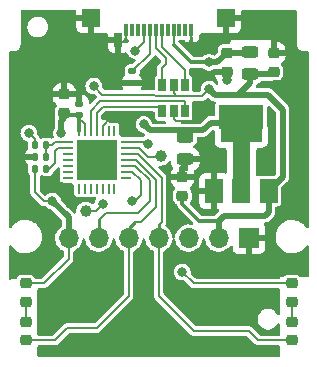
<source format=gbr>
%TF.GenerationSoftware,KiCad,Pcbnew,(5.99.0-11663-g8172737d6f)*%
%TF.CreationDate,2021-08-09T10:24:35+02:00*%
%TF.ProjectId,Framework_Serial,4672616d-6577-46f7-926b-5f5365726961,rev?*%
%TF.SameCoordinates,Original*%
%TF.FileFunction,Copper,L1,Top*%
%TF.FilePolarity,Positive*%
%FSLAX46Y46*%
G04 Gerber Fmt 4.6, Leading zero omitted, Abs format (unit mm)*
G04 Created by KiCad (PCBNEW (5.99.0-11663-g8172737d6f)) date 2021-08-09 10:24:35*
%MOMM*%
%LPD*%
G01*
G04 APERTURE LIST*
G04 Aperture macros list*
%AMRoundRect*
0 Rectangle with rounded corners*
0 $1 Rounding radius*
0 $2 $3 $4 $5 $6 $7 $8 $9 X,Y pos of 4 corners*
0 Add a 4 corners polygon primitive as box body*
4,1,4,$2,$3,$4,$5,$6,$7,$8,$9,$2,$3,0*
0 Add four circle primitives for the rounded corners*
1,1,$1+$1,$2,$3*
1,1,$1+$1,$4,$5*
1,1,$1+$1,$6,$7*
1,1,$1+$1,$8,$9*
0 Add four rect primitives between the rounded corners*
20,1,$1+$1,$2,$3,$4,$5,0*
20,1,$1+$1,$4,$5,$6,$7,0*
20,1,$1+$1,$6,$7,$8,$9,0*
20,1,$1+$1,$8,$9,$2,$3,0*%
G04 Aperture macros list end*
%TA.AperFunction,ComponentPad*%
%ADD10R,1.700000X1.700000*%
%TD*%
%TA.AperFunction,ComponentPad*%
%ADD11O,1.700000X1.700000*%
%TD*%
%TA.AperFunction,SMDPad,CuDef*%
%ADD12R,1.500000X1.500000*%
%TD*%
%TA.AperFunction,SMDPad,CuDef*%
%ADD13RoundRect,0.243750X-0.456250X0.243750X-0.456250X-0.243750X0.456250X-0.243750X0.456250X0.243750X0*%
%TD*%
%TA.AperFunction,SMDPad,CuDef*%
%ADD14C,1.000000*%
%TD*%
%TA.AperFunction,SMDPad,CuDef*%
%ADD15R,3.800000X2.000000*%
%TD*%
%TA.AperFunction,SMDPad,CuDef*%
%ADD16R,1.500000X2.000000*%
%TD*%
%TA.AperFunction,SMDPad,CuDef*%
%ADD17RoundRect,0.147500X-0.147500X-0.172500X0.147500X-0.172500X0.147500X0.172500X-0.147500X0.172500X0*%
%TD*%
%TA.AperFunction,SMDPad,CuDef*%
%ADD18RoundRect,0.147500X0.147500X0.172500X-0.147500X0.172500X-0.147500X-0.172500X0.147500X-0.172500X0*%
%TD*%
%TA.AperFunction,SMDPad,CuDef*%
%ADD19RoundRect,0.147500X-0.172500X0.147500X-0.172500X-0.147500X0.172500X-0.147500X0.172500X0.147500X0*%
%TD*%
%TA.AperFunction,SMDPad,CuDef*%
%ADD20RoundRect,0.147500X0.172500X-0.147500X0.172500X0.147500X-0.172500X0.147500X-0.172500X-0.147500X0*%
%TD*%
%TA.AperFunction,SMDPad,CuDef*%
%ADD21RoundRect,0.218750X0.256250X-0.218750X0.256250X0.218750X-0.256250X0.218750X-0.256250X-0.218750X0*%
%TD*%
%TA.AperFunction,SMDPad,CuDef*%
%ADD22RoundRect,0.218750X-0.256250X0.218750X-0.256250X-0.218750X0.256250X-0.218750X0.256250X0.218750X0*%
%TD*%
%TA.AperFunction,SMDPad,CuDef*%
%ADD23RoundRect,0.062500X-0.062500X0.337500X-0.062500X-0.337500X0.062500X-0.337500X0.062500X0.337500X0*%
%TD*%
%TA.AperFunction,SMDPad,CuDef*%
%ADD24RoundRect,0.062500X-0.337500X0.062500X-0.337500X-0.062500X0.337500X-0.062500X0.337500X0.062500X0*%
%TD*%
%TA.AperFunction,SMDPad,CuDef*%
%ADD25R,3.350000X3.350000*%
%TD*%
%TA.AperFunction,SMDPad,CuDef*%
%ADD26R,0.380000X1.000000*%
%TD*%
%TA.AperFunction,SMDPad,CuDef*%
%ADD27R,0.700000X1.150000*%
%TD*%
%TA.AperFunction,SMDPad,CuDef*%
%ADD28R,0.650000X1.060000*%
%TD*%
%TA.AperFunction,ViaPad*%
%ADD29C,0.800000*%
%TD*%
%TA.AperFunction,Conductor*%
%ADD30C,0.200000*%
%TD*%
%TA.AperFunction,Conductor*%
%ADD31C,0.300000*%
%TD*%
%TA.AperFunction,Conductor*%
%ADD32C,0.500000*%
%TD*%
%TA.AperFunction,Conductor*%
%ADD33C,0.250000*%
%TD*%
G04 APERTURE END LIST*
D10*
%TO.P,J1,1,Pin_1*%
%TO.N,GND*%
X90120000Y-47375000D03*
D11*
%TO.P,J1,2,Pin_2*%
%TO.N,+5V*%
X87580000Y-47375000D03*
%TO.P,J1,3,Pin_3*%
%TO.N,CTS*%
X85040000Y-47375000D03*
%TO.P,J1,4,Pin_4*%
%TO.N,TXD*%
X82500000Y-47375000D03*
%TO.P,J1,5,Pin_5*%
%TO.N,RXD*%
X79960000Y-47375000D03*
%TO.P,J1,6,Pin_6*%
%TO.N,RTS*%
X77420000Y-47375000D03*
%TO.P,J1,7,Pin_7*%
%TO.N,+3V3*%
X74880000Y-47375000D03*
%TD*%
D12*
%TO.P,TP4,1,1*%
%TO.N,GND*%
X88218020Y-28761941D03*
%TD*%
%TO.P,TP3,1,1*%
%TO.N,GND*%
X76788836Y-28752515D03*
%TD*%
D13*
%TO.P,C8,1*%
%TO.N,+3V3*%
X84750000Y-38812500D03*
%TO.P,C8,2*%
%TO.N,GND*%
X84750000Y-40687500D03*
%TD*%
D14*
%TO.P,TP2,1,1*%
%TO.N,DSR*%
X82670051Y-40428698D03*
%TD*%
%TO.P,TP1,1,1*%
%TO.N,DTR*%
X76305662Y-45092617D03*
%TD*%
D15*
%TO.P,U3,2,VO*%
%TO.N,+3V3*%
X89500000Y-37100000D03*
D16*
X89500000Y-43400000D03*
%TO.P,U3,3,VI*%
%TO.N,+5V*%
X91800000Y-43400000D03*
%TO.P,U3,1,GND*%
%TO.N,GND*%
X87200000Y-43400000D03*
%TD*%
D17*
%TO.P,R4,1*%
%TO.N,GND*%
X72015000Y-40500000D03*
%TO.P,R4,2*%
%TO.N,Net-(R3-Pad1)*%
X72985000Y-40500000D03*
%TD*%
D18*
%TO.P,R3,1*%
%TO.N,Net-(R3-Pad1)*%
X72985000Y-39500000D03*
%TO.P,R3,2*%
%TO.N,+5V*%
X72015000Y-39500000D03*
%TD*%
D17*
%TO.P,R2,1*%
%TO.N,+3V3*%
X72015000Y-41500000D03*
%TO.P,R2,2*%
%TO.N,Net-(R2-Pad2)*%
X72985000Y-41500000D03*
%TD*%
D19*
%TO.P,R1,1*%
%TO.N,Net-(P1-PadA5)*%
X80250000Y-33265000D03*
%TO.P,R1,2*%
%TO.N,GND*%
X80250000Y-34235000D03*
%TD*%
D20*
%TO.P,C7,1*%
%TO.N,+3V3*%
X75750000Y-36985000D03*
%TO.P,C7,2*%
%TO.N,GND*%
X75750000Y-36015000D03*
%TD*%
D21*
%TO.P,C6,1*%
%TO.N,+3V3*%
X74500000Y-36787500D03*
%TO.P,C6,2*%
%TO.N,GND*%
X74500000Y-35212500D03*
%TD*%
%TO.P,C3,1*%
%TO.N,+5V*%
X84500000Y-43787500D03*
%TO.P,C3,2*%
%TO.N,GND*%
X84500000Y-42212500D03*
%TD*%
D13*
%TO.P,FB1,1*%
%TO.N,VBUS*%
X90250000Y-31625000D03*
%TO.P,FB1,2*%
%TO.N,+5V*%
X90250000Y-33500000D03*
%TD*%
D22*
%TO.P,R5,1*%
%TO.N,+3V3*%
X71250000Y-51212500D03*
%TO.P,R5,2*%
%TO.N,Net-(D1-Pad2)*%
X71250000Y-52787500D03*
%TD*%
D23*
%TO.P,U2,1,~DCD*%
%TO.N,DCD*%
X78750000Y-38300000D03*
%TO.P,U2,2,~RI~/CLK*%
%TO.N,unconnected-(U2-Pad2)*%
X78250000Y-38300000D03*
%TO.P,U2,3,GND*%
%TO.N,GND*%
X77750000Y-38300000D03*
%TO.P,U2,4,D+*%
%TO.N,ESD_D+*%
X77250000Y-38300000D03*
%TO.P,U2,5,D-*%
%TO.N,ESD_D-*%
X76750000Y-38300000D03*
%TO.P,U2,6,VDD*%
%TO.N,+3V3*%
X76250000Y-38300000D03*
%TO.P,U2,7,REGIN*%
X75750000Y-38300000D03*
D24*
%TO.P,U2,8,VBUS*%
%TO.N,Net-(R3-Pad1)*%
X74800000Y-39250000D03*
%TO.P,U2,9,~RSTb*%
%TO.N,Net-(R2-Pad2)*%
X74800000Y-39750000D03*
%TO.P,U2,10,NC*%
%TO.N,unconnected-(U2-Pad10)*%
X74800000Y-40250000D03*
%TO.P,U2,11,~SUSPENDb*%
%TO.N,unconnected-(U2-Pad11)*%
X74800000Y-40750000D03*
%TO.P,U2,12,SUSPEND*%
%TO.N,unconnected-(U2-Pad12)*%
X74800000Y-41250000D03*
%TO.P,U2,13,CHREN*%
%TO.N,unconnected-(U2-Pad13)*%
X74800000Y-41750000D03*
%TO.P,U2,14,CHR1*%
%TO.N,unconnected-(U2-Pad14)*%
X74800000Y-42250000D03*
D23*
%TO.P,U2,15,CHR0*%
%TO.N,unconnected-(U2-Pad15)*%
X75750000Y-43200000D03*
%TO.P,U2,16,~WAKEUP~/GPIO.3*%
%TO.N,unconnected-(U2-Pad16)*%
X76250000Y-43200000D03*
%TO.P,U2,17,RS485/GPIO.2*%
%TO.N,unconnected-(U2-Pad17)*%
X76750000Y-43200000D03*
%TO.P,U2,18,~RXT~/GPIO.1*%
%TO.N,unconnected-(U2-Pad18)*%
X77250000Y-43200000D03*
%TO.P,U2,19,~TXT~/GPIO.0*%
%TO.N,unconnected-(U2-Pad19)*%
X77750000Y-43200000D03*
%TO.P,U2,20,GPIO.6*%
%TO.N,unconnected-(U2-Pad20)*%
X78250000Y-43200000D03*
%TO.P,U2,21,GPIO.5*%
%TO.N,unconnected-(U2-Pad21)*%
X78750000Y-43200000D03*
D24*
%TO.P,U2,22,GPIO.4*%
%TO.N,unconnected-(U2-Pad22)*%
X79700000Y-42250000D03*
%TO.P,U2,23,~CTS*%
%TO.N,CTS*%
X79700000Y-41750000D03*
%TO.P,U2,24,~RTS*%
%TO.N,RTS*%
X79700000Y-41250000D03*
%TO.P,U2,25,RXD*%
%TO.N,RXD*%
X79700000Y-40750000D03*
%TO.P,U2,26,TXD*%
%TO.N,TXD*%
X79700000Y-40250000D03*
%TO.P,U2,27,~DSR*%
%TO.N,DSR*%
X79700000Y-39750000D03*
%TO.P,U2,28,~DTR*%
%TO.N,DTR*%
X79700000Y-39250000D03*
D25*
%TO.P,U2,29,GND*%
%TO.N,GND*%
X77250000Y-40750000D03*
%TD*%
D22*
%TO.P,R6,1*%
%TO.N,+3V3*%
X93750000Y-51212500D03*
%TO.P,R6,2*%
%TO.N,Net-(D2-Pad2)*%
X93750000Y-52787500D03*
%TD*%
D26*
%TO.P,P1,A1,GND*%
%TO.N,GND*%
X79750000Y-29790000D03*
%TO.P,P1,A2*%
%TO.N,N/C*%
X80250000Y-29790000D03*
%TO.P,P1,A3*%
X80750000Y-29790000D03*
%TO.P,P1,A4,VBUS*%
%TO.N,VBUS*%
X81250000Y-29790000D03*
%TO.P,P1,A5,CC*%
%TO.N,Net-(P1-PadA5)*%
X81750000Y-29790000D03*
%TO.P,P1,A6,D+*%
%TO.N,D+*%
X82250000Y-29790000D03*
%TO.P,P1,A7,D-*%
%TO.N,D-*%
X82750000Y-29790000D03*
%TO.P,P1,A8*%
%TO.N,N/C*%
X83250000Y-29790000D03*
%TO.P,P1,A9,VBUS*%
%TO.N,VBUS*%
X83750000Y-29790000D03*
%TO.P,P1,A10*%
%TO.N,N/C*%
X84250000Y-29790000D03*
%TO.P,P1,A11*%
X84750000Y-29790000D03*
%TO.P,P1,A12,GND*%
%TO.N,GND*%
X85250000Y-29790000D03*
D27*
%TO.P,P1,S1,SHIELD*%
X79080000Y-30630000D03*
%TD*%
D22*
%TO.P,C1,1*%
%TO.N,VBUS*%
X88250000Y-31712500D03*
%TO.P,C1,2*%
%TO.N,GND*%
X88250000Y-33287500D03*
%TD*%
D28*
%TO.P,U1,1,I/O1*%
%TO.N,ESD_D+*%
X82800000Y-36600000D03*
%TO.P,U1,2,GND*%
%TO.N,GND*%
X83750000Y-36600000D03*
%TO.P,U1,3,I/O2*%
%TO.N,ESD_D-*%
X84700000Y-36600000D03*
%TO.P,U1,4,I/O2*%
%TO.N,D-*%
X84700000Y-34400000D03*
%TO.P,U1,5,VBUS*%
%TO.N,+5V*%
X83750000Y-34400000D03*
%TO.P,U1,6,I/O1*%
%TO.N,D+*%
X82800000Y-34400000D03*
%TD*%
D21*
%TO.P,D1,1,K*%
%TO.N,RXD*%
X71250000Y-56037500D03*
%TO.P,D1,2,A*%
%TO.N,Net-(D1-Pad2)*%
X71250000Y-54462500D03*
%TD*%
%TO.P,D2,1,K*%
%TO.N,TXD*%
X93750000Y-56037500D03*
%TO.P,D2,2,A*%
%TO.N,Net-(D2-Pad2)*%
X93750000Y-54462500D03*
%TD*%
%TO.P,C2,1*%
%TO.N,+5V*%
X92250000Y-33287500D03*
%TO.P,C2,2*%
%TO.N,GND*%
X92250000Y-31712500D03*
%TD*%
D29*
%TO.N,GND*%
X70750000Y-40500000D03*
X94500000Y-40250000D03*
X73250000Y-42750000D03*
X91500000Y-40500000D03*
X75000000Y-44500000D03*
X86250000Y-36500000D03*
X79750000Y-37250000D03*
X77750000Y-41250000D03*
X76750000Y-41250000D03*
X77750000Y-40250000D03*
X76750000Y-40250000D03*
%TO.N,DTR*%
X77750000Y-44500000D03*
X81625000Y-39375000D03*
%TO.N,CTS*%
X80250000Y-44250000D03*
%TO.N,GND*%
X77000000Y-32750000D03*
X94500000Y-33500000D03*
X87750000Y-40500000D03*
X86750000Y-40500000D03*
X70750000Y-44000000D03*
%TO.N,+3V3*%
X73500000Y-44250000D03*
%TO.N,VBUS*%
X86750000Y-32500000D03*
%TO.N,+3V3*%
X81250000Y-37750000D03*
X88492083Y-37596112D03*
X89492083Y-37596112D03*
X90492083Y-37596112D03*
X90492083Y-36596112D03*
X89492083Y-36596112D03*
X88492083Y-36596112D03*
X74250000Y-38500000D03*
%TO.N,+5V*%
X77000000Y-34500000D03*
X71500000Y-38500000D03*
%TO.N,VBUS*%
X80500000Y-31500000D03*
%TO.N,GND*%
X90250000Y-56750000D03*
X77000000Y-56750000D03*
X91250000Y-49750000D03*
X88250000Y-34000000D03*
X94500000Y-44000000D03*
X76750000Y-28750000D03*
X82500000Y-56750000D03*
X88250000Y-28750000D03*
X93000000Y-29250000D03*
X94500000Y-37000000D03*
X87500000Y-56750000D03*
X74500000Y-56750000D03*
X85000000Y-56750000D03*
X70750000Y-33250000D03*
X79500000Y-56750000D03*
X72500000Y-50000000D03*
X88250000Y-30500000D03*
X91250000Y-52500000D03*
X70750000Y-36500000D03*
X73250000Y-55000000D03*
X73250000Y-52500000D03*
%TO.N,+5V*%
X86750000Y-34750000D03*
%TO.N,+3V3*%
X84500000Y-50250000D03*
%TD*%
D30*
%TO.N,+3V3*%
X74500000Y-37250000D02*
X74500000Y-36787500D01*
D31*
X74500000Y-37250000D02*
X74765000Y-36985000D01*
D32*
X74250000Y-38500000D02*
X74250000Y-37500000D01*
X74250000Y-37500000D02*
X74500000Y-37250000D01*
D31*
X74765000Y-36985000D02*
X75750000Y-36985000D01*
X75750000Y-38300000D02*
X75750000Y-36985000D01*
D30*
%TO.N,GND*%
X85750000Y-37500000D02*
X86250000Y-37000000D01*
X86250000Y-37000000D02*
X86250000Y-36500000D01*
X83920000Y-37500000D02*
X85750000Y-37500000D01*
X83750000Y-37330000D02*
X83920000Y-37500000D01*
X83750000Y-36600000D02*
X83750000Y-37330000D01*
X78386294Y-37250000D02*
X79750000Y-37250000D01*
X77750000Y-37886294D02*
X78386294Y-37250000D01*
X77750000Y-38300000D02*
X77750000Y-37886294D01*
D32*
%TO.N,+3V3*%
X81750000Y-38250000D02*
X84500000Y-38250000D01*
X81250000Y-37750000D02*
X81750000Y-38250000D01*
D30*
%TO.N,DTR*%
X77157383Y-45092617D02*
X77750000Y-44500000D01*
X76305662Y-45092617D02*
X77157383Y-45092617D01*
X81500000Y-39250000D02*
X81625000Y-39375000D01*
X79700000Y-39250000D02*
X81500000Y-39250000D01*
X81625000Y-39375000D02*
X81750000Y-39500000D01*
%TO.N,DSR*%
X81565006Y-40500000D02*
X82750000Y-40500000D01*
X80815006Y-39750000D02*
X81565006Y-40500000D01*
X79700000Y-39750000D02*
X80815006Y-39750000D01*
%TO.N,CTS*%
X80500000Y-44250000D02*
X80250000Y-44250000D01*
X81000000Y-42500000D02*
X81000000Y-43750000D01*
X80250000Y-41750000D02*
X81000000Y-42500000D01*
X81000000Y-43750000D02*
X80500000Y-44250000D01*
%TO.N,GND*%
X79200000Y-30750000D02*
X79080000Y-30630000D01*
X79500000Y-30750000D02*
X79200000Y-30750000D01*
X79750000Y-30500000D02*
X79500000Y-30750000D01*
X79750000Y-29790000D02*
X79750000Y-30500000D01*
%TO.N,CTS*%
X79700000Y-41750000D02*
X80250000Y-41750000D01*
%TO.N,+3V3*%
X72750000Y-44250000D02*
X73500000Y-44250000D01*
X72015000Y-43515000D02*
X72750000Y-44250000D01*
X72015000Y-41500000D02*
X72015000Y-43515000D01*
%TO.N,ESD_D+*%
X77750000Y-36250000D02*
X77250000Y-36750000D01*
X82800000Y-36600000D02*
X82450000Y-36250000D01*
X82450000Y-36250000D02*
X77750000Y-36250000D01*
X77250000Y-36750000D02*
X77250000Y-38300000D01*
%TO.N,+5V*%
X82250000Y-35370969D02*
X83879031Y-35370969D01*
X82108542Y-35229511D02*
X82250000Y-35370969D01*
X77729511Y-35229511D02*
X82108542Y-35229511D01*
X83879031Y-35370969D02*
X83935000Y-35315000D01*
X77000000Y-34500000D02*
X77729511Y-35229511D01*
%TO.N,RTS*%
X80500000Y-41250000D02*
X79700000Y-41250000D01*
X81750000Y-42500000D02*
X80500000Y-41250000D01*
X80750000Y-45250000D02*
X81750000Y-44250000D01*
X78000000Y-45250000D02*
X80750000Y-45250000D01*
X77420000Y-45830000D02*
X78000000Y-45250000D01*
X81750000Y-44250000D02*
X81750000Y-42500000D01*
%TO.N,RXD*%
X82250000Y-42434994D02*
X80565006Y-40750000D01*
X80565006Y-40750000D02*
X79700000Y-40750000D01*
X82250000Y-44750000D02*
X82250000Y-42434994D01*
D33*
X79960000Y-46540000D02*
X80500000Y-46000000D01*
D30*
X81000000Y-46000000D02*
X82250000Y-44750000D01*
X80500000Y-46000000D02*
X81000000Y-46000000D01*
D33*
X79960000Y-47375000D02*
X79960000Y-46540000D01*
D30*
%TO.N,TXD*%
X82750000Y-42250000D02*
X80750000Y-40250000D01*
X82750000Y-46000000D02*
X82750000Y-42250000D01*
X82500000Y-46250000D02*
X82750000Y-46000000D01*
X80750000Y-40250000D02*
X79700000Y-40250000D01*
D32*
%TO.N,+3V3*%
X74880000Y-45630000D02*
X74880000Y-47375000D01*
X73500000Y-44250000D02*
X74880000Y-45630000D01*
D30*
%TO.N,GND*%
X85250000Y-29790000D02*
X85250000Y-30750000D01*
%TO.N,D-*%
X84700000Y-33131800D02*
X84700000Y-34400000D01*
X82750000Y-31181800D02*
X84700000Y-33131800D01*
X82750000Y-29790000D02*
X82750000Y-31181800D01*
%TO.N,D+*%
X82750000Y-34350000D02*
X82800000Y-34400000D01*
X82750000Y-33000000D02*
X82750000Y-34350000D01*
X83090900Y-32659100D02*
X82750000Y-33000000D01*
X83090900Y-32159100D02*
X83090900Y-32659100D01*
X82250000Y-31318200D02*
X83090900Y-32159100D01*
X82250000Y-29790000D02*
X82250000Y-31318200D01*
%TO.N,VBUS*%
X83750000Y-31000000D02*
X83750000Y-29790000D01*
D31*
X85250000Y-32500000D02*
X86750000Y-32500000D01*
X83750000Y-31000000D02*
X85250000Y-32500000D01*
D32*
%TO.N,+5V*%
X93000000Y-42200000D02*
X91800000Y-43400000D01*
X91750000Y-35250000D02*
X93000000Y-36500000D01*
X89000000Y-35250000D02*
X91750000Y-35250000D01*
X93000000Y-36500000D02*
X93000000Y-42200000D01*
D31*
%TO.N,+3V3*%
X84500000Y-38962500D02*
X84500000Y-38250000D01*
D32*
X86250000Y-38250000D02*
X84500000Y-38250000D01*
D31*
%TO.N,+5V*%
X85920000Y-45920000D02*
X87580000Y-45920000D01*
X84500000Y-44500000D02*
X85920000Y-45920000D01*
X84500000Y-43787500D02*
X84500000Y-44500000D01*
D32*
%TO.N,+3V3*%
X86903888Y-37596112D02*
X86250000Y-38250000D01*
X88492083Y-37596112D02*
X86903888Y-37596112D01*
X89492083Y-40242083D02*
X89492083Y-37596112D01*
D30*
%TO.N,+5V*%
X83935000Y-35315000D02*
X83750000Y-35130000D01*
X83990969Y-35370969D02*
X83935000Y-35315000D01*
X72015000Y-38985000D02*
X72015000Y-39500000D01*
X71500000Y-38500000D02*
X71530000Y-38500000D01*
X71530000Y-38500000D02*
X72015000Y-38985000D01*
D32*
X91800000Y-45200000D02*
X91800000Y-43400000D01*
X88000000Y-45500000D02*
X91500000Y-45500000D01*
X91500000Y-45500000D02*
X91800000Y-45200000D01*
X87580000Y-45920000D02*
X88000000Y-45500000D01*
X87580000Y-47375000D02*
X87580000Y-45920000D01*
X89000000Y-35250000D02*
X89250000Y-35250000D01*
X87250000Y-35250000D02*
X89000000Y-35250000D01*
X89250000Y-35250000D02*
X90250000Y-34250000D01*
X86750000Y-34750000D02*
X87250000Y-35250000D01*
X90250000Y-34250000D02*
X90250000Y-33500000D01*
D30*
X83750000Y-35130000D02*
X83750000Y-34400000D01*
X86129031Y-35370969D02*
X83990969Y-35370969D01*
X86750000Y-34750000D02*
X86129031Y-35370969D01*
%TO.N,Net-(P1-PadA5)*%
X80250000Y-33250000D02*
X80250000Y-33265000D01*
X81750000Y-31750000D02*
X80250000Y-33250000D01*
%TO.N,ESD_D-*%
X84600489Y-35770489D02*
X77563545Y-35770489D01*
X77563545Y-35770489D02*
X76750000Y-36584034D01*
X76750000Y-36584034D02*
X76750000Y-38300000D01*
X84700000Y-35870000D02*
X84600489Y-35770489D01*
X84700000Y-36600000D02*
X84700000Y-35870000D01*
%TO.N,Net-(P1-PadA5)*%
X81750000Y-29790000D02*
X81750000Y-31750000D01*
%TO.N,+3V3*%
X76000000Y-37500000D02*
X75750000Y-37500000D01*
X76250000Y-37750000D02*
X76000000Y-37500000D01*
X76250000Y-38300000D02*
X76250000Y-37750000D01*
%TO.N,Net-(R3-Pad1)*%
X73500000Y-39500000D02*
X73750000Y-39250000D01*
X72985000Y-39500000D02*
X73500000Y-39500000D01*
X73750000Y-39250000D02*
X74800000Y-39250000D01*
X72985000Y-40500000D02*
X72985000Y-39500000D01*
%TO.N,Net-(R2-Pad2)*%
X74000000Y-39750000D02*
X74800000Y-39750000D01*
X73750000Y-40000000D02*
X74000000Y-39750000D01*
X73750000Y-41000000D02*
X73750000Y-40000000D01*
X73250000Y-41500000D02*
X73750000Y-41000000D01*
X72985000Y-41500000D02*
X73250000Y-41500000D01*
D33*
%TO.N,VBUS*%
X88337500Y-31625000D02*
X88250000Y-31712500D01*
D30*
X80500000Y-31500000D02*
X81250000Y-30750000D01*
D32*
X86750000Y-32500000D02*
X87462500Y-32500000D01*
X88250000Y-31712500D02*
X90162500Y-31712500D01*
X87462500Y-32500000D02*
X88250000Y-31712500D01*
X90162500Y-31712500D02*
X90250000Y-31625000D01*
D30*
X81250000Y-30750000D02*
X81250000Y-29790000D01*
%TO.N,GND*%
X88250000Y-33287500D02*
X88250000Y-34000000D01*
X85250000Y-29790000D02*
X85250000Y-30000000D01*
D32*
%TO.N,+5V*%
X90250000Y-33500000D02*
X92037500Y-33500000D01*
X92037500Y-33500000D02*
X92250000Y-33287500D01*
D30*
%TO.N,+3V3*%
X93750000Y-51212500D02*
X85462500Y-51212500D01*
X71250000Y-51212500D02*
X72776759Y-51212500D01*
X85462500Y-51212500D02*
X84500000Y-50250000D01*
X74880000Y-49109259D02*
X74880000Y-47375000D01*
X72776759Y-51212500D02*
X74880000Y-49109259D01*
D33*
%TO.N,RTS*%
X77420000Y-47375000D02*
X77420000Y-45830000D01*
D30*
%TO.N,RXD*%
X79960000Y-52290000D02*
X79960000Y-47375000D01*
X71250000Y-56037500D02*
X73712500Y-56037500D01*
X73712500Y-56037500D02*
X74750000Y-55000000D01*
X74750000Y-55000000D02*
X77250000Y-55000000D01*
X77250000Y-55000000D02*
X79960000Y-52290000D01*
%TO.N,TXD*%
X90917870Y-56037500D02*
X90130370Y-55250000D01*
X93750000Y-56037500D02*
X90917870Y-56037500D01*
X82500000Y-52250000D02*
X82500000Y-47375000D01*
D33*
X82500000Y-47375000D02*
X82500000Y-46250000D01*
D30*
X90130370Y-55250000D02*
X85500000Y-55250000D01*
X85500000Y-55250000D02*
X82500000Y-52250000D01*
%TO.N,Net-(D1-Pad2)*%
X71250000Y-52787500D02*
X71250000Y-54462500D01*
%TO.N,Net-(D2-Pad2)*%
X93750000Y-52787500D02*
X93750000Y-54462500D01*
%TD*%
%TA.AperFunction,Conductor*%
%TO.N,GND*%
G36*
X81265429Y-47393087D02*
G01*
X81325109Y-47431542D01*
X81354525Y-47496158D01*
X81355515Y-47505695D01*
X81358796Y-47555749D01*
X81360217Y-47561345D01*
X81360218Y-47561350D01*
X81382000Y-47647115D01*
X81410845Y-47760690D01*
X81413262Y-47765933D01*
X81447169Y-47839483D01*
X81499369Y-47952714D01*
X81621405Y-48125391D01*
X81625539Y-48129418D01*
X81756865Y-48257350D01*
X81772865Y-48272937D01*
X81777661Y-48276142D01*
X81777664Y-48276144D01*
X81877129Y-48342604D01*
X81948677Y-48390411D01*
X81953980Y-48392689D01*
X81953985Y-48392692D01*
X82023237Y-48422444D01*
X82077930Y-48467712D01*
X82099500Y-48538212D01*
X82099500Y-52313433D01*
X82102564Y-52322864D01*
X82102565Y-52322868D01*
X82106297Y-52334353D01*
X82110913Y-52353578D01*
X82114354Y-52375304D01*
X82118855Y-52384137D01*
X82118856Y-52384141D01*
X82124341Y-52394906D01*
X82131905Y-52413166D01*
X82138704Y-52434090D01*
X82151639Y-52451893D01*
X82161965Y-52468745D01*
X82171950Y-52488342D01*
X82194513Y-52510905D01*
X82194516Y-52510909D01*
X85239091Y-55555484D01*
X85239095Y-55555487D01*
X85261658Y-55578050D01*
X85270497Y-55582554D01*
X85270499Y-55582555D01*
X85281258Y-55588037D01*
X85298114Y-55598365D01*
X85315911Y-55611296D01*
X85336832Y-55618094D01*
X85355092Y-55625658D01*
X85365859Y-55631144D01*
X85365863Y-55631145D01*
X85374696Y-55635646D01*
X85384487Y-55637197D01*
X85384488Y-55637197D01*
X85396422Y-55639087D01*
X85415647Y-55643703D01*
X85427132Y-55647435D01*
X85427136Y-55647436D01*
X85436567Y-55650500D01*
X89912286Y-55650500D01*
X89980407Y-55670502D01*
X90001381Y-55687404D01*
X90589820Y-56275842D01*
X90679528Y-56365550D01*
X90688364Y-56370052D01*
X90688365Y-56370053D01*
X90699129Y-56375538D01*
X90715986Y-56385868D01*
X90733780Y-56398796D01*
X90754700Y-56405593D01*
X90772963Y-56413158D01*
X90783731Y-56418645D01*
X90783735Y-56418646D01*
X90792566Y-56423146D01*
X90802355Y-56424697D01*
X90802363Y-56424699D01*
X90814297Y-56426589D01*
X90833517Y-56431203D01*
X90845003Y-56434935D01*
X90845010Y-56434936D01*
X90854437Y-56437999D01*
X90886347Y-56437999D01*
X90886351Y-56438000D01*
X92641320Y-56438000D01*
X92709441Y-56458002D01*
X92755934Y-56511658D01*
X92767320Y-56564000D01*
X92767320Y-57314184D01*
X92765098Y-57314184D01*
X92765097Y-57359501D01*
X92726712Y-57419226D01*
X92662131Y-57448718D01*
X92644202Y-57450000D01*
X72355973Y-57450000D01*
X72287852Y-57429998D01*
X72241359Y-57376342D01*
X72229973Y-57324000D01*
X72229973Y-56564000D01*
X72249975Y-56495879D01*
X72303631Y-56449386D01*
X72355973Y-56438000D01*
X73775933Y-56438000D01*
X73785364Y-56434936D01*
X73785368Y-56434935D01*
X73796853Y-56431203D01*
X73816078Y-56426587D01*
X73828012Y-56424697D01*
X73828013Y-56424697D01*
X73837804Y-56423146D01*
X73846637Y-56418645D01*
X73846641Y-56418644D01*
X73857406Y-56413159D01*
X73875666Y-56405595D01*
X73896590Y-56398796D01*
X73914393Y-56385861D01*
X73931245Y-56375535D01*
X73942002Y-56370054D01*
X73950842Y-56365550D01*
X73973405Y-56342987D01*
X73973409Y-56342984D01*
X74878988Y-55437405D01*
X74941300Y-55403379D01*
X74968083Y-55400500D01*
X77313433Y-55400500D01*
X77322864Y-55397436D01*
X77322868Y-55397435D01*
X77334353Y-55393703D01*
X77353578Y-55389087D01*
X77365512Y-55387197D01*
X77365513Y-55387197D01*
X77375304Y-55385646D01*
X77384137Y-55381145D01*
X77384141Y-55381144D01*
X77394906Y-55375659D01*
X77413166Y-55368095D01*
X77434090Y-55361296D01*
X77451893Y-55348361D01*
X77468745Y-55338035D01*
X77479502Y-55332554D01*
X77488342Y-55328050D01*
X77510905Y-55305487D01*
X77510909Y-55305484D01*
X80265484Y-52550909D01*
X80265487Y-52550905D01*
X80288050Y-52528342D01*
X80292555Y-52519501D01*
X80298037Y-52508742D01*
X80308365Y-52491887D01*
X80315467Y-52482112D01*
X80321296Y-52474089D01*
X80328094Y-52453168D01*
X80335658Y-52434908D01*
X80341144Y-52424141D01*
X80341145Y-52424137D01*
X80345646Y-52415304D01*
X80349087Y-52393578D01*
X80353703Y-52374353D01*
X80357435Y-52362868D01*
X80357436Y-52362864D01*
X80360500Y-52353433D01*
X80360500Y-48542707D01*
X80380502Y-48474586D01*
X80430562Y-48431621D01*
X80429955Y-48430537D01*
X80609395Y-48330046D01*
X80609399Y-48330043D01*
X80614442Y-48327219D01*
X80777012Y-48192012D01*
X80912219Y-48029442D01*
X80915043Y-48024399D01*
X80915046Y-48024395D01*
X81012713Y-47849998D01*
X81012714Y-47849996D01*
X81015537Y-47844955D01*
X81017393Y-47839488D01*
X81017395Y-47839483D01*
X81073723Y-47673544D01*
X81083504Y-47644730D01*
X81084333Y-47639015D01*
X81105090Y-47495860D01*
X81134660Y-47431315D01*
X81194432Y-47393003D01*
X81265429Y-47393087D01*
G37*
%TD.AperFunction*%
%TA.AperFunction,Conductor*%
G36*
X78725429Y-47393087D02*
G01*
X78785109Y-47431542D01*
X78814525Y-47496158D01*
X78815515Y-47505695D01*
X78818796Y-47555749D01*
X78820217Y-47561345D01*
X78820218Y-47561350D01*
X78842000Y-47647115D01*
X78870845Y-47760690D01*
X78873262Y-47765933D01*
X78907169Y-47839483D01*
X78959369Y-47952714D01*
X79081405Y-48125391D01*
X79085539Y-48129418D01*
X79216865Y-48257350D01*
X79232865Y-48272937D01*
X79237661Y-48276142D01*
X79237664Y-48276144D01*
X79337129Y-48342604D01*
X79408677Y-48390411D01*
X79413980Y-48392689D01*
X79413985Y-48392692D01*
X79483237Y-48422444D01*
X79537930Y-48467712D01*
X79559500Y-48538212D01*
X79559500Y-52071917D01*
X79539498Y-52140038D01*
X79522595Y-52161012D01*
X77121012Y-54562595D01*
X77058700Y-54596621D01*
X77031917Y-54599500D01*
X74686567Y-54599500D01*
X74677135Y-54602565D01*
X74677133Y-54602565D01*
X74665648Y-54606297D01*
X74646422Y-54610913D01*
X74624696Y-54614354D01*
X74615861Y-54618856D01*
X74615860Y-54618856D01*
X74605097Y-54624340D01*
X74586836Y-54631904D01*
X74565911Y-54638703D01*
X74557887Y-54644533D01*
X74548113Y-54651634D01*
X74531257Y-54661963D01*
X74520493Y-54667448D01*
X74520492Y-54667449D01*
X74511658Y-54671950D01*
X74489095Y-54694513D01*
X74489091Y-54694516D01*
X73583512Y-55600095D01*
X73521200Y-55634121D01*
X73494417Y-55637000D01*
X72355973Y-55637000D01*
X72287852Y-55616998D01*
X72241359Y-55563342D01*
X72229973Y-55511000D01*
X72229973Y-51739000D01*
X72249975Y-51670879D01*
X72303631Y-51624386D01*
X72355973Y-51613000D01*
X72840192Y-51613000D01*
X72849623Y-51609936D01*
X72849627Y-51609935D01*
X72861112Y-51606203D01*
X72880337Y-51601587D01*
X72892271Y-51599697D01*
X72892272Y-51599697D01*
X72902063Y-51598146D01*
X72910896Y-51593645D01*
X72910900Y-51593644D01*
X72921665Y-51588159D01*
X72939925Y-51580595D01*
X72960849Y-51573796D01*
X72978652Y-51560861D01*
X72995504Y-51550535D01*
X73006261Y-51545054D01*
X73015101Y-51540550D01*
X73037664Y-51517987D01*
X73037668Y-51517984D01*
X75185484Y-49370168D01*
X75185487Y-49370164D01*
X75208050Y-49347601D01*
X75218035Y-49328004D01*
X75228361Y-49311152D01*
X75241296Y-49293349D01*
X75248095Y-49272425D01*
X75255659Y-49254165D01*
X75261144Y-49243400D01*
X75261145Y-49243396D01*
X75265646Y-49234563D01*
X75269087Y-49212837D01*
X75273703Y-49193612D01*
X75277435Y-49182127D01*
X75277436Y-49182123D01*
X75280500Y-49172692D01*
X75280500Y-48542707D01*
X75300502Y-48474586D01*
X75350562Y-48431621D01*
X75349955Y-48430537D01*
X75529395Y-48330046D01*
X75529399Y-48330043D01*
X75534442Y-48327219D01*
X75697012Y-48192012D01*
X75832219Y-48029442D01*
X75835043Y-48024399D01*
X75835046Y-48024395D01*
X75932713Y-47849998D01*
X75932714Y-47849996D01*
X75935537Y-47844955D01*
X75937393Y-47839488D01*
X75937395Y-47839483D01*
X75993723Y-47673544D01*
X76003504Y-47644730D01*
X76004333Y-47639015D01*
X76025090Y-47495860D01*
X76054660Y-47431315D01*
X76114432Y-47393003D01*
X76185429Y-47393087D01*
X76245109Y-47431542D01*
X76274525Y-47496158D01*
X76275515Y-47505695D01*
X76278796Y-47555749D01*
X76280217Y-47561345D01*
X76280218Y-47561350D01*
X76302000Y-47647115D01*
X76330845Y-47760690D01*
X76333262Y-47765933D01*
X76367169Y-47839483D01*
X76419369Y-47952714D01*
X76541405Y-48125391D01*
X76545539Y-48129418D01*
X76676865Y-48257350D01*
X76692865Y-48272937D01*
X76697661Y-48276142D01*
X76697664Y-48276144D01*
X76797129Y-48342604D01*
X76868677Y-48390411D01*
X76873985Y-48392692D01*
X76873986Y-48392692D01*
X77057650Y-48471600D01*
X77057653Y-48471601D01*
X77062953Y-48473878D01*
X77068582Y-48475152D01*
X77068583Y-48475152D01*
X77263550Y-48519269D01*
X77263553Y-48519269D01*
X77269186Y-48520544D01*
X77274957Y-48520771D01*
X77274959Y-48520771D01*
X77336989Y-48523208D01*
X77480470Y-48528846D01*
X77486179Y-48528018D01*
X77486183Y-48528018D01*
X77684015Y-48499333D01*
X77684019Y-48499332D01*
X77689730Y-48498504D01*
X77758523Y-48475152D01*
X77884483Y-48432395D01*
X77884488Y-48432393D01*
X77889955Y-48430537D01*
X77904406Y-48422444D01*
X78069395Y-48330046D01*
X78069399Y-48330043D01*
X78074442Y-48327219D01*
X78237012Y-48192012D01*
X78372219Y-48029442D01*
X78375043Y-48024399D01*
X78375046Y-48024395D01*
X78472713Y-47849998D01*
X78472714Y-47849996D01*
X78475537Y-47844955D01*
X78477393Y-47839488D01*
X78477395Y-47839483D01*
X78533723Y-47673544D01*
X78543504Y-47644730D01*
X78544333Y-47639015D01*
X78565090Y-47495860D01*
X78594660Y-47431315D01*
X78654432Y-47393003D01*
X78725429Y-47393087D01*
G37*
%TD.AperFunction*%
%TA.AperFunction,Conductor*%
G36*
X94142121Y-28070002D02*
G01*
X94188614Y-28123658D01*
X94200000Y-28176000D01*
X94200000Y-30912729D01*
X94198086Y-30934608D01*
X94195372Y-30950000D01*
X94197286Y-30960855D01*
X94197286Y-30961223D01*
X94198114Y-30966960D01*
X94206019Y-31037119D01*
X94211341Y-31084357D01*
X94255998Y-31211978D01*
X94259761Y-31217966D01*
X94259762Y-31217969D01*
X94296075Y-31275761D01*
X94327932Y-31326461D01*
X94423539Y-31422068D01*
X94429533Y-31425834D01*
X94429534Y-31425835D01*
X94532031Y-31490238D01*
X94532034Y-31490239D01*
X94538022Y-31494002D01*
X94665643Y-31538659D01*
X94672668Y-31539451D01*
X94672670Y-31539451D01*
X94725281Y-31545379D01*
X94734993Y-31547100D01*
X94740720Y-31549385D01*
X94746993Y-31550000D01*
X94759223Y-31550000D01*
X94773330Y-31550792D01*
X94783040Y-31551886D01*
X94788777Y-31552714D01*
X94789145Y-31552714D01*
X94800000Y-31554628D01*
X94815392Y-31551914D01*
X94837271Y-31550000D01*
X95074000Y-31550000D01*
X95142121Y-31570002D01*
X95188614Y-31623658D01*
X95200000Y-31676000D01*
X95200000Y-46405820D01*
X95179998Y-46473941D01*
X95126342Y-46520434D01*
X95056068Y-46530538D01*
X94991488Y-46501044D01*
X94968208Y-46474260D01*
X94920302Y-46400208D01*
X94920300Y-46400205D01*
X94917492Y-46395865D01*
X94911325Y-46389087D01*
X94765977Y-46229353D01*
X94765976Y-46229352D01*
X94762499Y-46225531D01*
X94758448Y-46222332D01*
X94758444Y-46222328D01*
X94585822Y-46085999D01*
X94585817Y-46085995D01*
X94581768Y-46082798D01*
X94577252Y-46080305D01*
X94577249Y-46080303D01*
X94384676Y-45973997D01*
X94384672Y-45973995D01*
X94380152Y-45971500D01*
X94375283Y-45969776D01*
X94375279Y-45969774D01*
X94167940Y-45896351D01*
X94167936Y-45896350D01*
X94163065Y-45894625D01*
X94157972Y-45893718D01*
X94157969Y-45893717D01*
X94043812Y-45873383D01*
X93936337Y-45854239D01*
X93849889Y-45853183D01*
X93711228Y-45851488D01*
X93711226Y-45851488D01*
X93706058Y-45851425D01*
X93478412Y-45886260D01*
X93259511Y-45957808D01*
X93254919Y-45960198D01*
X93254920Y-45960198D01*
X93079896Y-46051310D01*
X93055236Y-46064147D01*
X92871071Y-46202421D01*
X92711964Y-46368918D01*
X92709053Y-46373186D01*
X92709049Y-46373191D01*
X92696192Y-46392039D01*
X92582186Y-46559165D01*
X92580010Y-46563854D01*
X92580006Y-46563860D01*
X92487402Y-46763359D01*
X92485223Y-46768054D01*
X92481833Y-46780279D01*
X92431734Y-46960931D01*
X92423679Y-46989975D01*
X92423130Y-46995112D01*
X92400000Y-47211538D01*
X92399206Y-47218967D01*
X92399503Y-47224119D01*
X92399503Y-47224123D01*
X92409241Y-47393003D01*
X92412463Y-47448882D01*
X92413600Y-47453928D01*
X92413601Y-47453934D01*
X92437809Y-47561350D01*
X92463093Y-47673544D01*
X92465035Y-47678326D01*
X92465036Y-47678330D01*
X92547792Y-47882133D01*
X92549736Y-47886920D01*
X92607563Y-47981285D01*
X92667364Y-48078870D01*
X92670066Y-48083280D01*
X92820850Y-48257350D01*
X92998040Y-48404456D01*
X93196877Y-48520647D01*
X93201702Y-48522489D01*
X93201703Y-48522490D01*
X93217753Y-48528619D01*
X93412021Y-48602803D01*
X93417087Y-48603834D01*
X93417088Y-48603834D01*
X93517784Y-48624320D01*
X93637694Y-48648716D01*
X93767439Y-48653474D01*
X93862672Y-48656966D01*
X93862676Y-48656966D01*
X93867836Y-48657155D01*
X93872956Y-48656499D01*
X93872958Y-48656499D01*
X93942359Y-48647609D01*
X94096265Y-48627893D01*
X94101213Y-48626408D01*
X94101220Y-48626407D01*
X94311898Y-48563200D01*
X94311897Y-48563200D01*
X94316848Y-48561715D01*
X94523661Y-48460398D01*
X94711149Y-48326665D01*
X94874277Y-48164105D01*
X94918844Y-48102084D01*
X94971677Y-48028558D01*
X95027672Y-47984910D01*
X95098375Y-47978464D01*
X95161340Y-48011267D01*
X95196574Y-48072903D01*
X95200000Y-48102084D01*
X95200000Y-50517282D01*
X95179998Y-50585403D01*
X95126342Y-50631896D01*
X95056068Y-50642000D01*
X95047219Y-50640403D01*
X95037029Y-50638186D01*
X95037029Y-50635240D01*
X94435222Y-50635240D01*
X94367101Y-50615238D01*
X94359042Y-50609603D01*
X94297937Y-50563222D01*
X94263548Y-50537119D01*
X94131273Y-50484747D01*
X94123236Y-50483774D01*
X94123234Y-50483774D01*
X94092550Y-50480061D01*
X94046594Y-50474500D01*
X93453406Y-50474500D01*
X93407450Y-50480061D01*
X93376766Y-50483774D01*
X93376764Y-50483774D01*
X93368727Y-50484747D01*
X93236452Y-50537119D01*
X93202063Y-50563222D01*
X93140958Y-50609603D01*
X93074604Y-50634856D01*
X93064778Y-50635240D01*
X92767320Y-50635240D01*
X92767320Y-50686000D01*
X92747318Y-50754121D01*
X92693662Y-50800614D01*
X92641320Y-50812000D01*
X85680583Y-50812000D01*
X85612462Y-50791998D01*
X85591488Y-50775095D01*
X85234520Y-50418127D01*
X85200494Y-50355815D01*
X85198872Y-50311278D01*
X85204909Y-50268860D01*
X85205490Y-50264778D01*
X85205645Y-50250000D01*
X85203840Y-50235080D01*
X85186188Y-50089220D01*
X85185276Y-50081680D01*
X85125345Y-49923077D01*
X85029312Y-49783349D01*
X85017514Y-49772837D01*
X84908392Y-49675612D01*
X84908388Y-49675610D01*
X84902721Y-49670560D01*
X84752881Y-49591224D01*
X84588441Y-49549919D01*
X84580843Y-49549879D01*
X84580841Y-49549879D01*
X84503668Y-49549475D01*
X84418895Y-49549031D01*
X84411508Y-49550805D01*
X84411504Y-49550805D01*
X84268162Y-49585220D01*
X84254032Y-49588612D01*
X84247288Y-49592093D01*
X84247285Y-49592094D01*
X84242089Y-49594776D01*
X84103369Y-49666375D01*
X83975604Y-49777831D01*
X83878113Y-49916547D01*
X83816524Y-50074513D01*
X83794394Y-50242611D01*
X83812999Y-50411135D01*
X83836354Y-50474956D01*
X83857947Y-50533959D01*
X83871266Y-50570356D01*
X83965830Y-50711083D01*
X83971442Y-50716190D01*
X83971445Y-50716193D01*
X84085612Y-50820077D01*
X84085616Y-50820080D01*
X84091233Y-50825191D01*
X84097906Y-50828814D01*
X84097910Y-50828817D01*
X84233558Y-50902467D01*
X84233560Y-50902468D01*
X84240235Y-50906092D01*
X84247584Y-50908020D01*
X84396883Y-50947188D01*
X84396885Y-50947188D01*
X84404233Y-50949116D01*
X84490609Y-50950473D01*
X84566161Y-50951660D01*
X84566164Y-50951660D01*
X84573760Y-50951779D01*
X84573753Y-50952252D01*
X84638765Y-50964142D01*
X84671191Y-50987584D01*
X85201591Y-51517984D01*
X85201595Y-51517987D01*
X85224158Y-51540550D01*
X85232992Y-51545051D01*
X85232993Y-51545052D01*
X85243757Y-51550537D01*
X85260613Y-51560866D01*
X85278411Y-51573797D01*
X85299336Y-51580596D01*
X85317597Y-51588160D01*
X85328360Y-51593644D01*
X85337196Y-51598146D01*
X85346989Y-51599697D01*
X85358922Y-51601587D01*
X85378148Y-51606203D01*
X85389633Y-51609935D01*
X85389635Y-51609935D01*
X85399067Y-51613000D01*
X92641320Y-51613000D01*
X92709441Y-51633002D01*
X92755934Y-51686658D01*
X92767320Y-51739000D01*
X92767320Y-53788812D01*
X92747318Y-53856933D01*
X92693662Y-53903426D01*
X92623388Y-53913530D01*
X92558808Y-53884036D01*
X92532201Y-53851812D01*
X92466310Y-53737686D01*
X92463009Y-53731968D01*
X92339724Y-53595046D01*
X92334382Y-53591165D01*
X92334380Y-53591163D01*
X92196006Y-53490629D01*
X92196005Y-53490628D01*
X92190664Y-53486748D01*
X92184636Y-53484064D01*
X92184634Y-53484063D01*
X92028376Y-53414492D01*
X92028374Y-53414491D01*
X92022345Y-53411807D01*
X91932235Y-53392654D01*
X91848581Y-53374872D01*
X91848577Y-53374872D01*
X91842124Y-53373500D01*
X91657876Y-53373500D01*
X91651423Y-53374872D01*
X91651419Y-53374872D01*
X91567765Y-53392654D01*
X91477655Y-53411807D01*
X91471626Y-53414491D01*
X91471624Y-53414492D01*
X91315366Y-53484063D01*
X91315364Y-53484064D01*
X91309336Y-53486748D01*
X91303995Y-53490628D01*
X91303994Y-53490629D01*
X91165620Y-53591163D01*
X91165618Y-53591165D01*
X91160276Y-53595046D01*
X91036991Y-53731968D01*
X90944867Y-53891532D01*
X90887931Y-54066762D01*
X90868672Y-54250000D01*
X90887931Y-54433238D01*
X90944867Y-54608468D01*
X91036991Y-54768032D01*
X91041409Y-54772939D01*
X91041410Y-54772940D01*
X91145644Y-54888704D01*
X91160276Y-54904954D01*
X91165618Y-54908835D01*
X91165620Y-54908837D01*
X91303994Y-55009371D01*
X91309336Y-55013252D01*
X91315364Y-55015936D01*
X91315366Y-55015937D01*
X91471624Y-55085508D01*
X91477655Y-55088193D01*
X91567766Y-55107347D01*
X91651419Y-55125128D01*
X91651423Y-55125128D01*
X91657876Y-55126500D01*
X91842124Y-55126500D01*
X91848577Y-55125128D01*
X91848581Y-55125128D01*
X91932234Y-55107347D01*
X92022345Y-55088193D01*
X92028376Y-55085508D01*
X92184634Y-55015937D01*
X92184636Y-55015936D01*
X92190664Y-55013252D01*
X92196006Y-55009371D01*
X92334380Y-54908837D01*
X92334382Y-54908835D01*
X92339724Y-54904954D01*
X92354356Y-54888704D01*
X92458590Y-54772940D01*
X92458591Y-54772939D01*
X92463009Y-54768032D01*
X92532201Y-54648188D01*
X92583583Y-54599195D01*
X92653297Y-54585759D01*
X92719208Y-54612145D01*
X92760390Y-54669977D01*
X92767320Y-54711188D01*
X92767320Y-55511000D01*
X92747318Y-55579121D01*
X92693662Y-55625614D01*
X92641320Y-55637000D01*
X91135953Y-55637000D01*
X91067832Y-55616998D01*
X91046857Y-55600095D01*
X90391279Y-54944516D01*
X90391265Y-54944503D01*
X90368712Y-54921950D01*
X90349116Y-54911965D01*
X90332263Y-54901639D01*
X90314460Y-54888704D01*
X90293536Y-54881905D01*
X90275276Y-54874341D01*
X90264511Y-54868856D01*
X90264507Y-54868855D01*
X90255674Y-54864354D01*
X90245883Y-54862803D01*
X90245882Y-54862803D01*
X90233948Y-54860913D01*
X90214723Y-54856297D01*
X90203238Y-54852565D01*
X90203234Y-54852564D01*
X90193803Y-54849500D01*
X85718083Y-54849500D01*
X85649962Y-54829498D01*
X85628988Y-54812595D01*
X82937405Y-52121012D01*
X82903379Y-52058700D01*
X82900500Y-52031917D01*
X82900500Y-48542707D01*
X82920502Y-48474586D01*
X82970562Y-48431621D01*
X82969955Y-48430537D01*
X83149395Y-48330046D01*
X83149399Y-48330043D01*
X83154442Y-48327219D01*
X83317012Y-48192012D01*
X83452219Y-48029442D01*
X83455043Y-48024399D01*
X83455046Y-48024395D01*
X83552713Y-47849998D01*
X83552714Y-47849996D01*
X83555537Y-47844955D01*
X83557393Y-47839488D01*
X83557395Y-47839483D01*
X83613723Y-47673544D01*
X83623504Y-47644730D01*
X83624333Y-47639015D01*
X83645090Y-47495860D01*
X83674660Y-47431315D01*
X83734432Y-47393003D01*
X83805429Y-47393087D01*
X83865109Y-47431542D01*
X83894525Y-47496158D01*
X83895515Y-47505695D01*
X83898796Y-47555749D01*
X83900217Y-47561345D01*
X83900218Y-47561350D01*
X83922000Y-47647115D01*
X83950845Y-47760690D01*
X83953262Y-47765933D01*
X83987169Y-47839483D01*
X84039369Y-47952714D01*
X84161405Y-48125391D01*
X84165539Y-48129418D01*
X84296865Y-48257350D01*
X84312865Y-48272937D01*
X84317661Y-48276142D01*
X84317664Y-48276144D01*
X84417129Y-48342604D01*
X84488677Y-48390411D01*
X84493985Y-48392692D01*
X84493986Y-48392692D01*
X84677650Y-48471600D01*
X84677653Y-48471601D01*
X84682953Y-48473878D01*
X84688582Y-48475152D01*
X84688583Y-48475152D01*
X84883550Y-48519269D01*
X84883553Y-48519269D01*
X84889186Y-48520544D01*
X84894957Y-48520771D01*
X84894959Y-48520771D01*
X84956989Y-48523208D01*
X85100470Y-48528846D01*
X85106179Y-48528018D01*
X85106183Y-48528018D01*
X85304015Y-48499333D01*
X85304019Y-48499332D01*
X85309730Y-48498504D01*
X85378523Y-48475152D01*
X85504483Y-48432395D01*
X85504488Y-48432393D01*
X85509955Y-48430537D01*
X85524406Y-48422444D01*
X85689395Y-48330046D01*
X85689399Y-48330043D01*
X85694442Y-48327219D01*
X85857012Y-48192012D01*
X85992219Y-48029442D01*
X85995043Y-48024399D01*
X85995046Y-48024395D01*
X86092713Y-47849998D01*
X86092714Y-47849996D01*
X86095537Y-47844955D01*
X86097393Y-47839488D01*
X86097395Y-47839483D01*
X86153723Y-47673544D01*
X86163504Y-47644730D01*
X86164333Y-47639015D01*
X86185090Y-47495860D01*
X86214660Y-47431315D01*
X86274432Y-47393003D01*
X86345429Y-47393087D01*
X86405109Y-47431542D01*
X86434525Y-47496158D01*
X86435515Y-47505695D01*
X86438796Y-47555749D01*
X86440217Y-47561345D01*
X86440218Y-47561350D01*
X86462000Y-47647115D01*
X86490845Y-47760690D01*
X86493262Y-47765933D01*
X86527169Y-47839483D01*
X86579369Y-47952714D01*
X86701405Y-48125391D01*
X86705539Y-48129418D01*
X86836865Y-48257350D01*
X86852865Y-48272937D01*
X86857661Y-48276142D01*
X86857664Y-48276144D01*
X86957129Y-48342604D01*
X87028677Y-48390411D01*
X87033985Y-48392692D01*
X87033986Y-48392692D01*
X87217650Y-48471600D01*
X87217653Y-48471601D01*
X87222953Y-48473878D01*
X87228582Y-48475152D01*
X87228583Y-48475152D01*
X87423550Y-48519269D01*
X87423553Y-48519269D01*
X87429186Y-48520544D01*
X87434957Y-48520771D01*
X87434959Y-48520771D01*
X87496989Y-48523208D01*
X87640470Y-48528846D01*
X87646179Y-48528018D01*
X87646183Y-48528018D01*
X87844015Y-48499333D01*
X87844019Y-48499332D01*
X87849730Y-48498504D01*
X87918523Y-48475152D01*
X88044483Y-48432395D01*
X88044488Y-48432393D01*
X88049955Y-48430537D01*
X88064406Y-48422444D01*
X88229395Y-48330046D01*
X88229399Y-48330043D01*
X88234442Y-48327219D01*
X88397012Y-48192012D01*
X88423712Y-48159908D01*
X88528526Y-48033883D01*
X88528528Y-48033879D01*
X88532219Y-48029442D01*
X88533141Y-48027795D01*
X88587230Y-47983782D01*
X88657783Y-47975857D01*
X88721421Y-48007334D01*
X88757938Y-48068220D01*
X88762001Y-48099960D01*
X88762001Y-48269669D01*
X88762371Y-48276490D01*
X88767895Y-48327352D01*
X88771521Y-48342604D01*
X88816676Y-48463054D01*
X88825214Y-48478649D01*
X88901715Y-48580724D01*
X88914276Y-48593285D01*
X89016351Y-48669786D01*
X89031946Y-48678324D01*
X89152394Y-48723478D01*
X89167649Y-48727105D01*
X89218514Y-48732631D01*
X89225328Y-48733000D01*
X89847885Y-48733000D01*
X89863124Y-48728525D01*
X89864329Y-48727135D01*
X89866000Y-48719452D01*
X89866000Y-47642548D01*
X90374000Y-47642548D01*
X90374000Y-48714884D01*
X90378475Y-48730123D01*
X90379865Y-48731328D01*
X90387548Y-48732999D01*
X91014669Y-48732999D01*
X91021490Y-48732629D01*
X91072352Y-48727105D01*
X91087604Y-48723479D01*
X91208054Y-48678324D01*
X91223649Y-48669786D01*
X91325724Y-48593285D01*
X91338285Y-48580724D01*
X91414786Y-48478649D01*
X91423324Y-48463054D01*
X91468478Y-48342606D01*
X91472105Y-48327351D01*
X91477631Y-48276486D01*
X91478000Y-48269672D01*
X91478000Y-47647115D01*
X91473525Y-47631876D01*
X91472135Y-47630671D01*
X91464452Y-47629000D01*
X90392115Y-47629000D01*
X90376876Y-47633475D01*
X90375671Y-47634865D01*
X90374000Y-47642548D01*
X89866000Y-47642548D01*
X89866000Y-47247000D01*
X89886002Y-47178879D01*
X89939658Y-47132386D01*
X89992000Y-47121000D01*
X91459884Y-47121000D01*
X91475123Y-47116525D01*
X91476328Y-47115135D01*
X91477999Y-47107452D01*
X91477999Y-46480331D01*
X91477629Y-46473510D01*
X91472105Y-46422648D01*
X91468479Y-46407396D01*
X91423324Y-46286946D01*
X91414786Y-46271351D01*
X91400856Y-46252765D01*
X91376007Y-46186259D01*
X91391059Y-46116876D01*
X91441233Y-46066646D01*
X91506957Y-46051310D01*
X91524759Y-46052056D01*
X91552294Y-46053210D01*
X91563848Y-46050500D01*
X91594662Y-46043273D01*
X91606333Y-46041110D01*
X91625590Y-46038472D01*
X91649432Y-46035206D01*
X91657925Y-46031531D01*
X91663230Y-46029235D01*
X91684499Y-46022201D01*
X91690775Y-46020729D01*
X91699136Y-46018768D01*
X91706661Y-46014631D01*
X91706664Y-46014630D01*
X91737268Y-45997805D01*
X91747913Y-45992589D01*
X91787855Y-45975305D01*
X91799541Y-45965842D01*
X91818126Y-45953354D01*
X91825518Y-45949290D01*
X91831308Y-45946107D01*
X91839422Y-45939103D01*
X91863958Y-45914567D01*
X91873759Y-45905742D01*
X91898391Y-45885795D01*
X91898393Y-45885793D01*
X91905070Y-45880386D01*
X91915967Y-45865052D01*
X91929579Y-45848945D01*
X92178643Y-45599881D01*
X92182452Y-45596228D01*
X92190102Y-45589193D01*
X92228156Y-45554201D01*
X92251099Y-45517198D01*
X92257800Y-45507448D01*
X92284112Y-45472783D01*
X92289646Y-45458804D01*
X92299707Y-45438801D01*
X92307635Y-45426014D01*
X92314314Y-45403027D01*
X92319775Y-45384228D01*
X92323621Y-45372995D01*
X92336473Y-45340535D01*
X92339636Y-45332547D01*
X92341208Y-45317592D01*
X92345520Y-45295617D01*
X92349715Y-45281175D01*
X92350500Y-45270485D01*
X92350500Y-45235783D01*
X92351190Y-45222613D01*
X92354503Y-45191088D01*
X92355401Y-45182546D01*
X92353969Y-45174081D01*
X92353969Y-45174072D01*
X92352265Y-45164000D01*
X92350500Y-45142987D01*
X92350500Y-44826500D01*
X92370502Y-44758379D01*
X92424158Y-44711886D01*
X92476500Y-44700500D01*
X92594646Y-44700500D01*
X92598350Y-44700059D01*
X92598353Y-44700059D01*
X92607023Y-44699027D01*
X92620846Y-44697382D01*
X92670986Y-44675111D01*
X92712518Y-44656663D01*
X92723153Y-44651939D01*
X92734435Y-44640638D01*
X92776633Y-44598366D01*
X92802241Y-44572713D01*
X92812884Y-44548641D01*
X92843675Y-44478992D01*
X92847506Y-44470327D01*
X92850500Y-44444646D01*
X92850500Y-43180214D01*
X92870502Y-43112093D01*
X92887405Y-43091119D01*
X93378642Y-42599882D01*
X93382451Y-42596229D01*
X93406602Y-42574021D01*
X93428156Y-42554201D01*
X93440482Y-42534322D01*
X93451087Y-42517217D01*
X93457801Y-42507447D01*
X93484112Y-42472784D01*
X93489646Y-42458807D01*
X93499709Y-42438798D01*
X93503111Y-42433312D01*
X93503113Y-42433308D01*
X93507635Y-42426014D01*
X93510029Y-42417772D01*
X93510031Y-42417769D01*
X93519779Y-42384216D01*
X93523618Y-42373003D01*
X93539635Y-42332547D01*
X93541206Y-42317598D01*
X93545519Y-42295615D01*
X93547873Y-42287514D01*
X93549715Y-42281175D01*
X93550500Y-42270485D01*
X93550500Y-42235781D01*
X93551190Y-42222610D01*
X93554503Y-42191088D01*
X93555401Y-42182546D01*
X93553969Y-42174081D01*
X93553969Y-42174072D01*
X93552265Y-42164000D01*
X93550500Y-42142987D01*
X93550500Y-36514993D01*
X93550611Y-36509717D01*
X93552850Y-36456291D01*
X93553210Y-36447706D01*
X93550723Y-36437101D01*
X93543273Y-36405338D01*
X93541110Y-36393667D01*
X93536372Y-36359081D01*
X93535206Y-36350568D01*
X93529235Y-36336770D01*
X93522201Y-36315501D01*
X93520729Y-36309225D01*
X93518768Y-36300864D01*
X93514631Y-36293339D01*
X93514630Y-36293336D01*
X93497805Y-36262732D01*
X93492589Y-36252087D01*
X93475305Y-36212145D01*
X93465842Y-36200459D01*
X93453354Y-36181874D01*
X93449290Y-36174482D01*
X93446107Y-36168692D01*
X93439103Y-36160578D01*
X93414567Y-36136042D01*
X93405742Y-36126241D01*
X93385794Y-36101608D01*
X93385793Y-36101607D01*
X93380386Y-36094930D01*
X93373388Y-36089957D01*
X93373383Y-36089952D01*
X93365052Y-36084032D01*
X93348946Y-36070421D01*
X92149882Y-34871358D01*
X92146229Y-34867549D01*
X92110015Y-34828167D01*
X92104201Y-34821844D01*
X92067198Y-34798901D01*
X92057448Y-34792200D01*
X92022783Y-34765888D01*
X92008804Y-34760354D01*
X91988801Y-34750293D01*
X91976014Y-34742365D01*
X91967763Y-34739968D01*
X91967761Y-34739967D01*
X91934228Y-34730225D01*
X91922995Y-34726379D01*
X91882547Y-34710364D01*
X91874006Y-34709466D01*
X91874005Y-34709466D01*
X91867592Y-34708792D01*
X91845617Y-34704480D01*
X91831175Y-34700285D01*
X91823692Y-34699735D01*
X91822792Y-34699669D01*
X91822781Y-34699669D01*
X91820485Y-34699500D01*
X91785783Y-34699500D01*
X91772613Y-34698810D01*
X91762384Y-34697735D01*
X91732546Y-34694599D01*
X91724081Y-34696031D01*
X91724072Y-34696031D01*
X91714000Y-34697735D01*
X91692987Y-34699500D01*
X90848821Y-34699500D01*
X90780700Y-34679498D01*
X90734207Y-34625842D01*
X90724103Y-34555568D01*
X90735125Y-34523180D01*
X90734114Y-34522779D01*
X90739646Y-34508804D01*
X90749707Y-34488801D01*
X90757635Y-34476014D01*
X90769775Y-34434228D01*
X90773621Y-34422995D01*
X90786474Y-34390533D01*
X90789636Y-34382547D01*
X90791137Y-34368266D01*
X90818150Y-34302609D01*
X90870063Y-34264284D01*
X90967953Y-34225527D01*
X90967955Y-34225526D01*
X90975936Y-34222366D01*
X91094711Y-34132211D01*
X91118918Y-34100319D01*
X91176036Y-34058153D01*
X91219280Y-34050500D01*
X92022507Y-34050500D01*
X92027784Y-34050611D01*
X92089794Y-34053210D01*
X92103996Y-34049879D01*
X92132162Y-34043273D01*
X92143833Y-34041110D01*
X92158729Y-34039069D01*
X92186932Y-34035206D01*
X92194817Y-34031794D01*
X92200737Y-34030141D01*
X92234620Y-34025500D01*
X92546594Y-34025500D01*
X92592550Y-34019939D01*
X92623234Y-34016226D01*
X92623236Y-34016226D01*
X92631273Y-34015253D01*
X92763548Y-33962881D01*
X92876867Y-33876867D01*
X92962881Y-33763548D01*
X93015253Y-33631273D01*
X93017458Y-33613056D01*
X93022486Y-33571501D01*
X93025500Y-33546594D01*
X93025500Y-33028406D01*
X93018493Y-32970502D01*
X93016226Y-32951766D01*
X93016226Y-32951764D01*
X93015253Y-32943727D01*
X92962881Y-32811452D01*
X92887554Y-32712212D01*
X92862301Y-32645859D01*
X92876929Y-32576386D01*
X92921614Y-32528888D01*
X92954520Y-32508525D01*
X92965915Y-32499494D01*
X93075298Y-32389920D01*
X93084310Y-32378509D01*
X93165553Y-32246709D01*
X93171697Y-32233532D01*
X93220579Y-32086157D01*
X93223445Y-32072790D01*
X93232614Y-31983300D01*
X93228525Y-31969376D01*
X93227135Y-31968171D01*
X93219452Y-31966500D01*
X92122000Y-31966500D01*
X92053879Y-31946498D01*
X92007386Y-31892842D01*
X91996000Y-31840500D01*
X91996000Y-30784886D01*
X91995376Y-30780548D01*
X92504000Y-30780548D01*
X92504000Y-31440385D01*
X92508475Y-31455624D01*
X92509865Y-31456829D01*
X92517548Y-31458500D01*
X93214885Y-31458500D01*
X93230124Y-31454025D01*
X93231329Y-31452635D01*
X93232842Y-31445679D01*
X93232663Y-31442218D01*
X93223196Y-31350979D01*
X93220303Y-31337583D01*
X93171170Y-31190313D01*
X93164996Y-31177134D01*
X93083530Y-31045486D01*
X93074494Y-31034085D01*
X92964920Y-30924702D01*
X92953509Y-30915690D01*
X92821709Y-30834447D01*
X92808532Y-30828303D01*
X92661157Y-30779421D01*
X92647790Y-30776555D01*
X92557730Y-30767328D01*
X92551315Y-30767000D01*
X92522115Y-30767000D01*
X92506876Y-30771475D01*
X92505671Y-30772865D01*
X92504000Y-30780548D01*
X91995376Y-30780548D01*
X91990961Y-30749839D01*
X91990961Y-30641305D01*
X88499599Y-30641305D01*
X88499599Y-30848500D01*
X88479597Y-30916621D01*
X88425941Y-30963114D01*
X88373599Y-30974500D01*
X87953406Y-30974500D01*
X87907450Y-30980061D01*
X87876766Y-30983774D01*
X87876764Y-30983774D01*
X87868727Y-30984747D01*
X87736452Y-31037119D01*
X87623133Y-31123133D01*
X87537119Y-31236452D01*
X87484747Y-31368727D01*
X87474500Y-31453406D01*
X87474500Y-31657286D01*
X87454498Y-31725407D01*
X87437595Y-31746381D01*
X87290903Y-31893073D01*
X87228591Y-31927099D01*
X87157776Y-31922034D01*
X87142849Y-31915333D01*
X87067247Y-31875304D01*
X87002881Y-31841224D01*
X86838441Y-31799919D01*
X86830843Y-31799879D01*
X86830841Y-31799879D01*
X86753668Y-31799475D01*
X86668895Y-31799031D01*
X86661508Y-31800805D01*
X86661504Y-31800805D01*
X86518162Y-31835220D01*
X86504032Y-31838612D01*
X86497288Y-31842093D01*
X86497285Y-31842094D01*
X86382993Y-31901085D01*
X86353369Y-31916375D01*
X86347647Y-31921367D01*
X86347645Y-31921368D01*
X86280999Y-31979507D01*
X86243070Y-32012595D01*
X86236359Y-32018449D01*
X86171877Y-32048157D01*
X86153530Y-32049500D01*
X85488793Y-32049500D01*
X85420672Y-32029498D01*
X85399698Y-32012595D01*
X84192698Y-30805595D01*
X84158672Y-30743283D01*
X84163737Y-30672468D01*
X84206284Y-30615632D01*
X84272804Y-30590821D01*
X84281793Y-30590500D01*
X84484646Y-30590500D01*
X84488338Y-30590061D01*
X84492080Y-30589839D01*
X84492115Y-30590435D01*
X84508039Y-30590418D01*
X84508071Y-30589865D01*
X84511728Y-30590077D01*
X84515354Y-30590500D01*
X84587300Y-30590500D01*
X84655421Y-30610502D01*
X84688127Y-30640936D01*
X84691716Y-30645725D01*
X84704276Y-30658285D01*
X84806351Y-30734786D01*
X84821946Y-30743324D01*
X84942394Y-30788478D01*
X84957649Y-30792105D01*
X85008514Y-30797631D01*
X85015328Y-30798000D01*
X85041885Y-30798000D01*
X85057124Y-30793525D01*
X85058329Y-30792135D01*
X85060000Y-30784452D01*
X85060000Y-30642177D01*
X85080002Y-30574056D01*
X85109619Y-30543509D01*
X85113153Y-30541939D01*
X85192241Y-30462713D01*
X85198760Y-30447966D01*
X85244600Y-30393751D01*
X85312473Y-30372925D01*
X85380831Y-30392100D01*
X85427971Y-30445188D01*
X85440000Y-30498916D01*
X85440000Y-30779884D01*
X85444475Y-30795123D01*
X85445865Y-30796328D01*
X85453548Y-30797999D01*
X85484669Y-30797999D01*
X85491490Y-30797629D01*
X85542352Y-30792105D01*
X85557604Y-30788479D01*
X85678054Y-30743324D01*
X85693649Y-30734786D01*
X85795724Y-30658285D01*
X85808285Y-30645724D01*
X85884786Y-30543649D01*
X85893324Y-30528054D01*
X85938478Y-30407606D01*
X85942105Y-30392351D01*
X85947631Y-30341486D01*
X85948000Y-30334672D01*
X85948000Y-30176000D01*
X85968002Y-30107879D01*
X86021658Y-30061386D01*
X86074000Y-30050000D01*
X86862729Y-30050000D01*
X86884608Y-30051914D01*
X86900000Y-30054628D01*
X86910855Y-30052714D01*
X86911223Y-30052714D01*
X86916960Y-30051886D01*
X87027323Y-30039452D01*
X87027327Y-30039451D01*
X87034357Y-30038659D01*
X87161978Y-29994002D01*
X87167970Y-29990237D01*
X87174343Y-29987168D01*
X87175582Y-29989740D01*
X87231499Y-29973932D01*
X87274458Y-29981944D01*
X87350415Y-30010419D01*
X87365669Y-30014046D01*
X87416534Y-30019572D01*
X87423348Y-30019941D01*
X87945905Y-30019941D01*
X87961144Y-30015466D01*
X87962349Y-30014076D01*
X87964020Y-30006393D01*
X87964020Y-29029489D01*
X88472020Y-29029489D01*
X88472020Y-30001825D01*
X88476495Y-30017064D01*
X88477885Y-30018269D01*
X88485568Y-30019940D01*
X89012689Y-30019940D01*
X89019510Y-30019570D01*
X89070372Y-30014046D01*
X89085624Y-30010420D01*
X89206074Y-29965265D01*
X89221669Y-29956727D01*
X89323744Y-29880226D01*
X89336305Y-29867665D01*
X89412806Y-29765590D01*
X89421344Y-29749995D01*
X89466498Y-29629547D01*
X89470125Y-29614292D01*
X89475651Y-29563427D01*
X89476020Y-29556613D01*
X89476020Y-29034056D01*
X89471545Y-29018817D01*
X89470155Y-29017612D01*
X89462472Y-29015941D01*
X88490135Y-29015941D01*
X88474896Y-29020416D01*
X88473691Y-29021806D01*
X88472020Y-29029489D01*
X87964020Y-29029489D01*
X87964020Y-28633941D01*
X87984022Y-28565820D01*
X88037678Y-28519327D01*
X88090020Y-28507941D01*
X89457904Y-28507941D01*
X89473143Y-28503466D01*
X89474348Y-28502076D01*
X89476019Y-28494393D01*
X89476019Y-28176000D01*
X89496021Y-28107879D01*
X89549677Y-28061386D01*
X89602019Y-28050000D01*
X94074000Y-28050000D01*
X94142121Y-28070002D01*
G37*
%TD.AperFunction*%
%TA.AperFunction,Conductor*%
G36*
X75472957Y-28070002D02*
G01*
X75519450Y-28123658D01*
X75530836Y-28176000D01*
X75530836Y-28480400D01*
X75535311Y-28495639D01*
X75536701Y-28496844D01*
X75544384Y-28498515D01*
X76916836Y-28498515D01*
X76984957Y-28518517D01*
X77031450Y-28572173D01*
X77042836Y-28624515D01*
X77042836Y-29992399D01*
X77047311Y-30007638D01*
X77048701Y-30008843D01*
X77056384Y-30010514D01*
X77583505Y-30010514D01*
X77590326Y-30010144D01*
X77641188Y-30004620D01*
X77656436Y-30000995D01*
X77718707Y-29977650D01*
X77789515Y-29972467D01*
X77825650Y-29987183D01*
X77825657Y-29987168D01*
X77825905Y-29987287D01*
X77829972Y-29988944D01*
X77838022Y-29994002D01*
X77965643Y-30038659D01*
X77972668Y-30039451D01*
X77972670Y-30039451D01*
X78025281Y-30045379D01*
X78034993Y-30047100D01*
X78040720Y-30049385D01*
X78046993Y-30050000D01*
X78059223Y-30050000D01*
X78073330Y-30050792D01*
X78083040Y-30051886D01*
X78088777Y-30052714D01*
X78089145Y-30052714D01*
X78100000Y-30054628D01*
X78101574Y-30054351D01*
X78164121Y-30072716D01*
X78210614Y-30126372D01*
X78222000Y-30178714D01*
X78222000Y-30357885D01*
X78226475Y-30373124D01*
X78227865Y-30374329D01*
X78235548Y-30376000D01*
X79208000Y-30376000D01*
X79276121Y-30396002D01*
X79322614Y-30449658D01*
X79334000Y-30502000D01*
X79334000Y-31694884D01*
X79338475Y-31710123D01*
X79339865Y-31711328D01*
X79347548Y-31712999D01*
X79474669Y-31712999D01*
X79481490Y-31712629D01*
X79532352Y-31707105D01*
X79547603Y-31703479D01*
X79675696Y-31655459D01*
X79746503Y-31650276D01*
X79808872Y-31684197D01*
X79838251Y-31730138D01*
X79871266Y-31820356D01*
X79965830Y-31961083D01*
X79971442Y-31966190D01*
X79971445Y-31966193D01*
X80085612Y-32070077D01*
X80085616Y-32070080D01*
X80091233Y-32075191D01*
X80097906Y-32078814D01*
X80097910Y-32078817D01*
X80233558Y-32152467D01*
X80233560Y-32152468D01*
X80240235Y-32156092D01*
X80247584Y-32158020D01*
X80396883Y-32197188D01*
X80396885Y-32197188D01*
X80404233Y-32199116D01*
X80431453Y-32199544D01*
X80431861Y-32199550D01*
X80499659Y-32220619D01*
X80545304Y-32274998D01*
X80554302Y-32345422D01*
X80518977Y-32414629D01*
X80301011Y-32632595D01*
X80238699Y-32666621D01*
X80211917Y-32669500D01*
X80036889Y-32669501D01*
X80023972Y-32669501D01*
X80021023Y-32669780D01*
X80021016Y-32669780D01*
X80000255Y-32671742D01*
X80000254Y-32671742D01*
X79992605Y-32672465D01*
X79985359Y-32675009D01*
X79985357Y-32675010D01*
X79936670Y-32692108D01*
X79865500Y-32717101D01*
X79857927Y-32722694D01*
X79857926Y-32722695D01*
X79805174Y-32761658D01*
X79757138Y-32797138D01*
X79751546Y-32804709D01*
X79683053Y-32897442D01*
X79677101Y-32905500D01*
X79632465Y-33032605D01*
X79631742Y-33040251D01*
X79631742Y-33040252D01*
X79631167Y-33046335D01*
X79629500Y-33063971D01*
X79629501Y-33466028D01*
X79629780Y-33468976D01*
X79629780Y-33468985D01*
X79631163Y-33483621D01*
X79632465Y-33497395D01*
X79635010Y-33504643D01*
X79636656Y-33512145D01*
X79634820Y-33512548D01*
X79638000Y-33573526D01*
X79604514Y-33633469D01*
X79561048Y-33676935D01*
X79551399Y-33689373D01*
X79475166Y-33818276D01*
X79468918Y-33832713D01*
X79430891Y-33963605D01*
X79430931Y-33977705D01*
X79438201Y-33981000D01*
X81056048Y-33981000D01*
X81069579Y-33977027D01*
X81070714Y-33969129D01*
X81031082Y-33832713D01*
X81024834Y-33818276D01*
X80948601Y-33689373D01*
X80938952Y-33676935D01*
X80895486Y-33633469D01*
X80861460Y-33571157D01*
X80865086Y-33512522D01*
X80863345Y-33512140D01*
X80864990Y-33504641D01*
X80867535Y-33497395D01*
X80870500Y-33466029D01*
X80870499Y-33248083D01*
X80890501Y-33179963D01*
X80907404Y-33158988D01*
X82078050Y-31988342D01*
X82087714Y-31969376D01*
X82088038Y-31968741D01*
X82098364Y-31951889D01*
X82100100Y-31949500D01*
X82103776Y-31944441D01*
X82159994Y-31901085D01*
X82230730Y-31895006D01*
X82294809Y-31929402D01*
X82653495Y-32288087D01*
X82687520Y-32350400D01*
X82690400Y-32377183D01*
X82690400Y-32441017D01*
X82670398Y-32509138D01*
X82653496Y-32530112D01*
X82537748Y-32645859D01*
X82444516Y-32739091D01*
X82444503Y-32739105D01*
X82421950Y-32761658D01*
X82417446Y-32770498D01*
X82411965Y-32781255D01*
X82401639Y-32798107D01*
X82388704Y-32815910D01*
X82381907Y-32836830D01*
X82374341Y-32855094D01*
X82368856Y-32865859D01*
X82368855Y-32865863D01*
X82364354Y-32874696D01*
X82362803Y-32884487D01*
X82362803Y-32884488D01*
X82360913Y-32896422D01*
X82356297Y-32915647D01*
X82352565Y-32927132D01*
X82352564Y-32927136D01*
X82349500Y-32936567D01*
X82349500Y-33521603D01*
X82329498Y-33589724D01*
X82302157Y-33617923D01*
X82301847Y-33618061D01*
X82222759Y-33697287D01*
X82177494Y-33799673D01*
X82174500Y-33825354D01*
X82174500Y-34703011D01*
X82154498Y-34771132D01*
X82100842Y-34817625D01*
X82048500Y-34829011D01*
X81139932Y-34829011D01*
X81071811Y-34809009D01*
X81025318Y-34755353D01*
X81015214Y-34685079D01*
X81024295Y-34652970D01*
X81031082Y-34637287D01*
X81069109Y-34506395D01*
X81069069Y-34492295D01*
X81061799Y-34489000D01*
X79443952Y-34489000D01*
X79430421Y-34492973D01*
X79429286Y-34500871D01*
X79468918Y-34637287D01*
X79475705Y-34652970D01*
X79484402Y-34723431D01*
X79453625Y-34787410D01*
X79393143Y-34824592D01*
X79360068Y-34829011D01*
X77947593Y-34829011D01*
X77879472Y-34809009D01*
X77858498Y-34792106D01*
X77734520Y-34668128D01*
X77700494Y-34605816D01*
X77698872Y-34561280D01*
X77704909Y-34518863D01*
X77704909Y-34518857D01*
X77705490Y-34514778D01*
X77705645Y-34500000D01*
X77703840Y-34485080D01*
X77694794Y-34410330D01*
X77685276Y-34331680D01*
X77625345Y-34173077D01*
X77612381Y-34154214D01*
X77533614Y-34039608D01*
X77533613Y-34039607D01*
X77529312Y-34033349D01*
X77509002Y-34015253D01*
X77408392Y-33925612D01*
X77408388Y-33925610D01*
X77402721Y-33920560D01*
X77252881Y-33841224D01*
X77088441Y-33799919D01*
X77080843Y-33799879D01*
X77080841Y-33799879D01*
X77003668Y-33799475D01*
X76918895Y-33799031D01*
X76911508Y-33800805D01*
X76911504Y-33800805D01*
X76768162Y-33835220D01*
X76754032Y-33838612D01*
X76747288Y-33842093D01*
X76747285Y-33842094D01*
X76610117Y-33912892D01*
X76603369Y-33916375D01*
X76597647Y-33921367D01*
X76597645Y-33921368D01*
X76542896Y-33969129D01*
X76475604Y-34027831D01*
X76434475Y-34086351D01*
X76386781Y-34154214D01*
X76378113Y-34166547D01*
X76316524Y-34324513D01*
X76315532Y-34332046D01*
X76315532Y-34332047D01*
X76295618Y-34483314D01*
X76294394Y-34492611D01*
X76312999Y-34661135D01*
X76332172Y-34713527D01*
X76367114Y-34809009D01*
X76371266Y-34820356D01*
X76465830Y-34961083D01*
X76471442Y-34966190D01*
X76471445Y-34966193D01*
X76585612Y-35070077D01*
X76585616Y-35070080D01*
X76591233Y-35075191D01*
X76597906Y-35078814D01*
X76597910Y-35078817D01*
X76733558Y-35152467D01*
X76733560Y-35152468D01*
X76740235Y-35156092D01*
X76747584Y-35158020D01*
X76896883Y-35197188D01*
X76896885Y-35197188D01*
X76904233Y-35199116D01*
X76994043Y-35200527D01*
X77066163Y-35201660D01*
X77066166Y-35201660D01*
X77070924Y-35201734D01*
X77070927Y-35201735D01*
X77073760Y-35201779D01*
X77073753Y-35202251D01*
X77138768Y-35214143D01*
X77171192Y-35237584D01*
X77261530Y-35327922D01*
X77295556Y-35390234D01*
X77290491Y-35461049D01*
X77261532Y-35506110D01*
X76793093Y-35974549D01*
X76730782Y-36008573D01*
X76659966Y-36003508D01*
X76603131Y-35960961D01*
X76578320Y-35894441D01*
X76577999Y-35885452D01*
X76577999Y-35803771D01*
X76577805Y-35798834D01*
X76575581Y-35770560D01*
X76573280Y-35757959D01*
X76531082Y-35612713D01*
X76524834Y-35598276D01*
X76448601Y-35469373D01*
X76438952Y-35456935D01*
X76333065Y-35351048D01*
X76320627Y-35341399D01*
X76191724Y-35265166D01*
X76177287Y-35258918D01*
X76032043Y-35216721D01*
X76021365Y-35214771D01*
X76006969Y-35217795D01*
X76004000Y-35229258D01*
X76004000Y-36143000D01*
X75983998Y-36211121D01*
X75930342Y-36257614D01*
X75878000Y-36269000D01*
X75622000Y-36269000D01*
X75553879Y-36248998D01*
X75507386Y-36195342D01*
X75496000Y-36143000D01*
X75496000Y-35484615D01*
X75491525Y-35469376D01*
X75490135Y-35468171D01*
X75482452Y-35466500D01*
X73535115Y-35466500D01*
X73519876Y-35470975D01*
X73518671Y-35472365D01*
X73517158Y-35479321D01*
X73517337Y-35482782D01*
X73526804Y-35574021D01*
X73529697Y-35587417D01*
X73578830Y-35734687D01*
X73585004Y-35747866D01*
X73666470Y-35879514D01*
X73675506Y-35890915D01*
X73785080Y-36000298D01*
X73796494Y-36009312D01*
X73828157Y-36028830D01*
X73875650Y-36081602D01*
X73887072Y-36151674D01*
X73862403Y-36212268D01*
X73792311Y-36304611D01*
X73792309Y-36304614D01*
X73787119Y-36311452D01*
X73734747Y-36443727D01*
X73733774Y-36451764D01*
X73733774Y-36451766D01*
X73732931Y-36458730D01*
X73724500Y-36528406D01*
X73724500Y-37046594D01*
X73727495Y-37071343D01*
X73733481Y-37120807D01*
X73734747Y-37131273D01*
X73737727Y-37138801D01*
X73737728Y-37138803D01*
X73749343Y-37168139D01*
X73755823Y-37238840D01*
X73747297Y-37265777D01*
X73746895Y-37266681D01*
X73742365Y-37273986D01*
X73739968Y-37282237D01*
X73739967Y-37282239D01*
X73730225Y-37315772D01*
X73726380Y-37327002D01*
X73710364Y-37367453D01*
X73709466Y-37375994D01*
X73709466Y-37375995D01*
X73708792Y-37382408D01*
X73704480Y-37404383D01*
X73700285Y-37418825D01*
X73699500Y-37429515D01*
X73699500Y-37464217D01*
X73698810Y-37477387D01*
X73694599Y-37517454D01*
X73696031Y-37525919D01*
X73696031Y-37525928D01*
X73697735Y-37536000D01*
X73699500Y-37557013D01*
X73699500Y-38025125D01*
X73676587Y-38097575D01*
X73628113Y-38166547D01*
X73625354Y-38173622D01*
X73625353Y-38173625D01*
X73594944Y-38251620D01*
X73566524Y-38324513D01*
X73565532Y-38332046D01*
X73565532Y-38332047D01*
X73545991Y-38480484D01*
X73544394Y-38492611D01*
X73562999Y-38661135D01*
X73593669Y-38744943D01*
X73596709Y-38753251D01*
X73601336Y-38824096D01*
X73566926Y-38886197D01*
X73552437Y-38898493D01*
X73548109Y-38901637D01*
X73531259Y-38911962D01*
X73520498Y-38917445D01*
X73520495Y-38917448D01*
X73511658Y-38921950D01*
X73504644Y-38928964D01*
X73499860Y-38932440D01*
X73432992Y-38956299D01*
X73363841Y-38940220D01*
X73352946Y-38933158D01*
X73352079Y-38932699D01*
X73344500Y-38927101D01*
X73335613Y-38923980D01*
X73335611Y-38923979D01*
X73224642Y-38885010D01*
X73217395Y-38882465D01*
X73209749Y-38881742D01*
X73209748Y-38881742D01*
X73203665Y-38881167D01*
X73186029Y-38879500D01*
X72985170Y-38879500D01*
X72783972Y-38879501D01*
X72781024Y-38879780D01*
X72781015Y-38879780D01*
X72760255Y-38881742D01*
X72760254Y-38881742D01*
X72752605Y-38882465D01*
X72745359Y-38885009D01*
X72745357Y-38885010D01*
X72698011Y-38901637D01*
X72625500Y-38927101D01*
X72617928Y-38932694D01*
X72617922Y-38932697D01*
X72600610Y-38945484D01*
X72533932Y-38969866D01*
X72464656Y-38954329D01*
X72414778Y-38903805D01*
X72406276Y-38878593D01*
X72405262Y-38878922D01*
X72402197Y-38869489D01*
X72400646Y-38859696D01*
X72390660Y-38840097D01*
X72383096Y-38821836D01*
X72376297Y-38800911D01*
X72363366Y-38783113D01*
X72353037Y-38766257D01*
X72347552Y-38755493D01*
X72347551Y-38755492D01*
X72343050Y-38746658D01*
X72320487Y-38724095D01*
X72320484Y-38724091D01*
X72238258Y-38641865D01*
X72204232Y-38579553D01*
X72202610Y-38535019D01*
X72204908Y-38518867D01*
X72205490Y-38514778D01*
X72205645Y-38500000D01*
X72203840Y-38485080D01*
X72198800Y-38443435D01*
X72185276Y-38331680D01*
X72125345Y-38173077D01*
X72073454Y-38097575D01*
X72033614Y-38039608D01*
X72033613Y-38039607D01*
X72029312Y-38033349D01*
X72015867Y-38021370D01*
X71908392Y-37925612D01*
X71908388Y-37925610D01*
X71902721Y-37920560D01*
X71884921Y-37911135D01*
X71792698Y-37862306D01*
X71752881Y-37841224D01*
X71588441Y-37799919D01*
X71580843Y-37799879D01*
X71580841Y-37799879D01*
X71503668Y-37799475D01*
X71418895Y-37799031D01*
X71411508Y-37800805D01*
X71411504Y-37800805D01*
X71301486Y-37827219D01*
X71254032Y-37838612D01*
X71247288Y-37842093D01*
X71247285Y-37842094D01*
X71171172Y-37881379D01*
X71103369Y-37916375D01*
X70975604Y-38027831D01*
X70934475Y-38086351D01*
X70882482Y-38160330D01*
X70882481Y-38160332D01*
X70878113Y-38166547D01*
X70816524Y-38324513D01*
X70815532Y-38332046D01*
X70815532Y-38332047D01*
X70795991Y-38480484D01*
X70794394Y-38492611D01*
X70812999Y-38661135D01*
X70843669Y-38744943D01*
X70865463Y-38804498D01*
X70871266Y-38820356D01*
X70875502Y-38826659D01*
X70875502Y-38826660D01*
X70885811Y-38842001D01*
X70965830Y-38961083D01*
X70971442Y-38966190D01*
X70971445Y-38966193D01*
X71085612Y-39070077D01*
X71085616Y-39070080D01*
X71091233Y-39075191D01*
X71097906Y-39078814D01*
X71097910Y-39078817D01*
X71233558Y-39152467D01*
X71233560Y-39152468D01*
X71240235Y-39156092D01*
X71324903Y-39178304D01*
X71325474Y-39178454D01*
X71386289Y-39215088D01*
X71417644Y-39278785D01*
X71419500Y-39300330D01*
X71419501Y-39512408D01*
X71419501Y-39726028D01*
X71422465Y-39757395D01*
X71424261Y-39762511D01*
X71419386Y-39832368D01*
X71390350Y-39877633D01*
X71351048Y-39916935D01*
X71341399Y-39929373D01*
X71265166Y-40058276D01*
X71258918Y-40072713D01*
X71216721Y-40217957D01*
X71214771Y-40228635D01*
X71217795Y-40243031D01*
X71229258Y-40246000D01*
X72143000Y-40246000D01*
X72211121Y-40266002D01*
X72257614Y-40319658D01*
X72269000Y-40372000D01*
X72269000Y-40628000D01*
X72248998Y-40696121D01*
X72195342Y-40742614D01*
X72143000Y-40754000D01*
X71231319Y-40754000D01*
X71216524Y-40758344D01*
X71214492Y-40769840D01*
X71216721Y-40782043D01*
X71258918Y-40927287D01*
X71265166Y-40941724D01*
X71341399Y-41070627D01*
X71351048Y-41083065D01*
X71390350Y-41122367D01*
X71424376Y-41184679D01*
X71424329Y-41237297D01*
X71422465Y-41242605D01*
X71419500Y-41273971D01*
X71419501Y-41726028D01*
X71419780Y-41728976D01*
X71419780Y-41728985D01*
X71421742Y-41749745D01*
X71422465Y-41757395D01*
X71425009Y-41764641D01*
X71425010Y-41764643D01*
X71449538Y-41834489D01*
X71467101Y-41884500D01*
X71472694Y-41892073D01*
X71472695Y-41892074D01*
X71508378Y-41940385D01*
X71547138Y-41992862D01*
X71554709Y-41998454D01*
X71554713Y-41998458D01*
X71563359Y-42004844D01*
X71606270Y-42061405D01*
X71614500Y-42106195D01*
X71614500Y-43578433D01*
X71617564Y-43587864D01*
X71617565Y-43587868D01*
X71621297Y-43599353D01*
X71625913Y-43618578D01*
X71629354Y-43640304D01*
X71633855Y-43649137D01*
X71633856Y-43649141D01*
X71639341Y-43659906D01*
X71646905Y-43678166D01*
X71653704Y-43699090D01*
X71666639Y-43716893D01*
X71676965Y-43733745D01*
X71686950Y-43753342D01*
X71709513Y-43775905D01*
X71709516Y-43775909D01*
X72489091Y-44555484D01*
X72489095Y-44555487D01*
X72511658Y-44578050D01*
X72527138Y-44585937D01*
X72531255Y-44588035D01*
X72548107Y-44598361D01*
X72565910Y-44611296D01*
X72586834Y-44618095D01*
X72605094Y-44625659D01*
X72615859Y-44631144D01*
X72615863Y-44631145D01*
X72624696Y-44635646D01*
X72634487Y-44637197D01*
X72634488Y-44637197D01*
X72646422Y-44639087D01*
X72665647Y-44643703D01*
X72677132Y-44647435D01*
X72677136Y-44647436D01*
X72686567Y-44650500D01*
X72857983Y-44650500D01*
X72926104Y-44670502D01*
X72955879Y-44699674D01*
X72956628Y-44699027D01*
X72961597Y-44704784D01*
X72965830Y-44711083D01*
X72971442Y-44716190D01*
X72971445Y-44716193D01*
X73085612Y-44820077D01*
X73085616Y-44820080D01*
X73091233Y-44825191D01*
X73097906Y-44828814D01*
X73097910Y-44828817D01*
X73233558Y-44902467D01*
X73233560Y-44902468D01*
X73240235Y-44906092D01*
X73393413Y-44946277D01*
X73450533Y-44979058D01*
X74292595Y-45821120D01*
X74326621Y-45883432D01*
X74329500Y-45910215D01*
X74329500Y-46292052D01*
X74309498Y-46360173D01*
X74267923Y-46400337D01*
X74205821Y-46437284D01*
X74200856Y-46440238D01*
X74041881Y-46579655D01*
X73910976Y-46745708D01*
X73908287Y-46750819D01*
X73908285Y-46750822D01*
X73858400Y-46845638D01*
X73812523Y-46932836D01*
X73749820Y-47134773D01*
X73724967Y-47344754D01*
X73738796Y-47555749D01*
X73740217Y-47561345D01*
X73740218Y-47561350D01*
X73762000Y-47647115D01*
X73790845Y-47760690D01*
X73793262Y-47765933D01*
X73827169Y-47839483D01*
X73879369Y-47952714D01*
X74001405Y-48125391D01*
X74005539Y-48129418D01*
X74136865Y-48257350D01*
X74152865Y-48272937D01*
X74157661Y-48276142D01*
X74157664Y-48276144D01*
X74257129Y-48342604D01*
X74328677Y-48390411D01*
X74333980Y-48392689D01*
X74333985Y-48392692D01*
X74403237Y-48422444D01*
X74457930Y-48467712D01*
X74479500Y-48538212D01*
X74479500Y-48891176D01*
X74459498Y-48959297D01*
X74442595Y-48980271D01*
X72647771Y-50775095D01*
X72585459Y-50809121D01*
X72558676Y-50812000D01*
X72077741Y-50812000D01*
X72009620Y-50791998D01*
X71967968Y-50747854D01*
X71966042Y-50744436D01*
X71962881Y-50736452D01*
X71876867Y-50623133D01*
X71763548Y-50537119D01*
X71631273Y-50484747D01*
X71623236Y-50483774D01*
X71623234Y-50483774D01*
X71592550Y-50480061D01*
X71546594Y-50474500D01*
X70953406Y-50474500D01*
X70907450Y-50480061D01*
X70876766Y-50483774D01*
X70876764Y-50483774D01*
X70868727Y-50484747D01*
X70736452Y-50537119D01*
X70623133Y-50623133D01*
X70537119Y-50736452D01*
X70533958Y-50744436D01*
X70511798Y-50800405D01*
X70468124Y-50856379D01*
X70394646Y-50880022D01*
X69960264Y-50880022D01*
X69960264Y-50884979D01*
X69890502Y-50884979D01*
X69830776Y-50846596D01*
X69801283Y-50782015D01*
X69800000Y-50764083D01*
X69800000Y-48089336D01*
X69820002Y-48021215D01*
X69873658Y-47974722D01*
X69943932Y-47964618D01*
X70008512Y-47994112D01*
X70033432Y-48023501D01*
X70067363Y-48078870D01*
X70067366Y-48078875D01*
X70070066Y-48083280D01*
X70220850Y-48257350D01*
X70398040Y-48404456D01*
X70596877Y-48520647D01*
X70601702Y-48522489D01*
X70601703Y-48522490D01*
X70617753Y-48528619D01*
X70812021Y-48602803D01*
X70817087Y-48603834D01*
X70817088Y-48603834D01*
X70917784Y-48624320D01*
X71037694Y-48648716D01*
X71167439Y-48653474D01*
X71262672Y-48656966D01*
X71262676Y-48656966D01*
X71267836Y-48657155D01*
X71272956Y-48656499D01*
X71272958Y-48656499D01*
X71342359Y-48647609D01*
X71496265Y-48627893D01*
X71501213Y-48626408D01*
X71501220Y-48626407D01*
X71711898Y-48563200D01*
X71711897Y-48563200D01*
X71716848Y-48561715D01*
X71923661Y-48460398D01*
X72111149Y-48326665D01*
X72274277Y-48164105D01*
X72318844Y-48102084D01*
X72405646Y-47981285D01*
X72408664Y-47977085D01*
X72510702Y-47770627D01*
X72551950Y-47634865D01*
X72576146Y-47555229D01*
X72576147Y-47555223D01*
X72577650Y-47550277D01*
X72601887Y-47366174D01*
X72607272Y-47325273D01*
X72607272Y-47325267D01*
X72607709Y-47321951D01*
X72609387Y-47253302D01*
X72590517Y-47023780D01*
X72534413Y-46800422D01*
X72448089Y-46601889D01*
X72444643Y-46593963D01*
X72444641Y-46593960D01*
X72442583Y-46589226D01*
X72352909Y-46450611D01*
X72320302Y-46400208D01*
X72320300Y-46400205D01*
X72317492Y-46395865D01*
X72311325Y-46389087D01*
X72165977Y-46229353D01*
X72165976Y-46229352D01*
X72162499Y-46225531D01*
X72158448Y-46222332D01*
X72158444Y-46222328D01*
X71985822Y-46085999D01*
X71985817Y-46085995D01*
X71981768Y-46082798D01*
X71977252Y-46080305D01*
X71977249Y-46080303D01*
X71784676Y-45973997D01*
X71784672Y-45973995D01*
X71780152Y-45971500D01*
X71775283Y-45969776D01*
X71775279Y-45969774D01*
X71567940Y-45896351D01*
X71567936Y-45896350D01*
X71563065Y-45894625D01*
X71557972Y-45893718D01*
X71557969Y-45893717D01*
X71443812Y-45873383D01*
X71336337Y-45854239D01*
X71249889Y-45853183D01*
X71111228Y-45851488D01*
X71111226Y-45851488D01*
X71106058Y-45851425D01*
X70878412Y-45886260D01*
X70659511Y-45957808D01*
X70654919Y-45960198D01*
X70654920Y-45960198D01*
X70479896Y-46051310D01*
X70455236Y-46064147D01*
X70271071Y-46202421D01*
X70111964Y-46368918D01*
X70035963Y-46480331D01*
X70030088Y-46488944D01*
X69975177Y-46533946D01*
X69904652Y-46542117D01*
X69840905Y-46510863D01*
X69804175Y-46450105D01*
X69800000Y-46417939D01*
X69800000Y-34941700D01*
X73517386Y-34941700D01*
X73521475Y-34955624D01*
X73522865Y-34956829D01*
X73530548Y-34958500D01*
X74227885Y-34958500D01*
X74243124Y-34954025D01*
X74244329Y-34952635D01*
X74246000Y-34944952D01*
X74246000Y-34285115D01*
X74244659Y-34280548D01*
X74754000Y-34280548D01*
X74754000Y-34940385D01*
X74758475Y-34955624D01*
X74759865Y-34956829D01*
X74767548Y-34958500D01*
X75464885Y-34958500D01*
X75480124Y-34954025D01*
X75481329Y-34952635D01*
X75482842Y-34945679D01*
X75482663Y-34942218D01*
X75473196Y-34850979D01*
X75470303Y-34837583D01*
X75421170Y-34690313D01*
X75414996Y-34677134D01*
X75333530Y-34545486D01*
X75324494Y-34534085D01*
X75214920Y-34424702D01*
X75203509Y-34415690D01*
X75071709Y-34334447D01*
X75058532Y-34328303D01*
X74911157Y-34279421D01*
X74897790Y-34276555D01*
X74807730Y-34267328D01*
X74801315Y-34267000D01*
X74772115Y-34267000D01*
X74756876Y-34271475D01*
X74755671Y-34272865D01*
X74754000Y-34280548D01*
X74244659Y-34280548D01*
X74241525Y-34269876D01*
X74240135Y-34268671D01*
X74232452Y-34267000D01*
X74198734Y-34267000D01*
X74192218Y-34267337D01*
X74100979Y-34276804D01*
X74087583Y-34279697D01*
X73940313Y-34328830D01*
X73927134Y-34335004D01*
X73795486Y-34416470D01*
X73784085Y-34425506D01*
X73674702Y-34535080D01*
X73665690Y-34546491D01*
X73584447Y-34678291D01*
X73578303Y-34691468D01*
X73529421Y-34838843D01*
X73526555Y-34852210D01*
X73517386Y-34941700D01*
X69800000Y-34941700D01*
X69800000Y-31676000D01*
X69820002Y-31607879D01*
X69873658Y-31561386D01*
X69926000Y-31550000D01*
X70162729Y-31550000D01*
X70184608Y-31551914D01*
X70200000Y-31554628D01*
X70210855Y-31552714D01*
X70211223Y-31552714D01*
X70216960Y-31551886D01*
X70327323Y-31539452D01*
X70327327Y-31539451D01*
X70334357Y-31538659D01*
X70461978Y-31494002D01*
X70467966Y-31490239D01*
X70467969Y-31490238D01*
X70570466Y-31425835D01*
X70570467Y-31425834D01*
X70576461Y-31422068D01*
X70672068Y-31326461D01*
X70703925Y-31275761D01*
X70740238Y-31217969D01*
X70740239Y-31217966D01*
X70744002Y-31211978D01*
X70788659Y-31084357D01*
X70793982Y-31037119D01*
X70795379Y-31024719D01*
X70797100Y-31015007D01*
X70799385Y-31009280D01*
X70800000Y-31003007D01*
X70800000Y-30990777D01*
X70800792Y-30976670D01*
X70801037Y-30974500D01*
X70801886Y-30966959D01*
X70802714Y-30961223D01*
X70802714Y-30960855D01*
X70804628Y-30950000D01*
X70801914Y-30934608D01*
X70800000Y-30912729D01*
X70800000Y-30897548D01*
X78222001Y-30897548D01*
X78222001Y-31249669D01*
X78222371Y-31256490D01*
X78227895Y-31307352D01*
X78231521Y-31322604D01*
X78276676Y-31443054D01*
X78285214Y-31458649D01*
X78361715Y-31560724D01*
X78374276Y-31573285D01*
X78476351Y-31649786D01*
X78491946Y-31658324D01*
X78612394Y-31703478D01*
X78627649Y-31707105D01*
X78678514Y-31712631D01*
X78685328Y-31713000D01*
X78807885Y-31713000D01*
X78823124Y-31708525D01*
X78824329Y-31707135D01*
X78826000Y-31699452D01*
X78826000Y-30902115D01*
X78821525Y-30886876D01*
X78820135Y-30885671D01*
X78812452Y-30884000D01*
X78240116Y-30884000D01*
X78224877Y-30888475D01*
X78223672Y-30889865D01*
X78222001Y-30897548D01*
X70800000Y-30897548D01*
X70800000Y-29500000D01*
X71368672Y-29500000D01*
X71369362Y-29506565D01*
X71380685Y-29614292D01*
X71387931Y-29683238D01*
X71444867Y-29858468D01*
X71536991Y-30018032D01*
X71541409Y-30022939D01*
X71541410Y-30022940D01*
X71634541Y-30126372D01*
X71660276Y-30154954D01*
X71665618Y-30158835D01*
X71665620Y-30158837D01*
X71689243Y-30176000D01*
X71809336Y-30263252D01*
X71815364Y-30265936D01*
X71815366Y-30265937D01*
X71971624Y-30335508D01*
X71977655Y-30338193D01*
X72067766Y-30357347D01*
X72151419Y-30375128D01*
X72151423Y-30375128D01*
X72157876Y-30376500D01*
X72342124Y-30376500D01*
X72348577Y-30375128D01*
X72348581Y-30375128D01*
X72432234Y-30357347D01*
X72522345Y-30338193D01*
X72528376Y-30335508D01*
X72684634Y-30265937D01*
X72684636Y-30265936D01*
X72690664Y-30263252D01*
X72810757Y-30176000D01*
X72834380Y-30158837D01*
X72834382Y-30158835D01*
X72839724Y-30154954D01*
X72865459Y-30126372D01*
X72958590Y-30022940D01*
X72958591Y-30022939D01*
X72963009Y-30018032D01*
X73055133Y-29858468D01*
X73112069Y-29683238D01*
X73119316Y-29614292D01*
X73130638Y-29506565D01*
X73131328Y-29500000D01*
X73112069Y-29316762D01*
X73055133Y-29141532D01*
X72985003Y-29020063D01*
X75530837Y-29020063D01*
X75530837Y-29547184D01*
X75531207Y-29554005D01*
X75536731Y-29604867D01*
X75540357Y-29620119D01*
X75585512Y-29740569D01*
X75594050Y-29756164D01*
X75670551Y-29858239D01*
X75683112Y-29870800D01*
X75785187Y-29947301D01*
X75800782Y-29955839D01*
X75921230Y-30000993D01*
X75936485Y-30004620D01*
X75987350Y-30010146D01*
X75994164Y-30010515D01*
X76516721Y-30010515D01*
X76531960Y-30006040D01*
X76533165Y-30004650D01*
X76534836Y-29996967D01*
X76534836Y-29024630D01*
X76530361Y-29009391D01*
X76528971Y-29008186D01*
X76521288Y-29006515D01*
X75548952Y-29006515D01*
X75533713Y-29010990D01*
X75532508Y-29012380D01*
X75530837Y-29020063D01*
X72985003Y-29020063D01*
X72963009Y-28981968D01*
X72839724Y-28845046D01*
X72834382Y-28841165D01*
X72834380Y-28841163D01*
X72696006Y-28740629D01*
X72696005Y-28740628D01*
X72690664Y-28736748D01*
X72684636Y-28734064D01*
X72684634Y-28734063D01*
X72528376Y-28664492D01*
X72528374Y-28664491D01*
X72522345Y-28661807D01*
X72432235Y-28642654D01*
X72348581Y-28624872D01*
X72348577Y-28624872D01*
X72342124Y-28623500D01*
X72157876Y-28623500D01*
X72151423Y-28624872D01*
X72151419Y-28624872D01*
X72067765Y-28642654D01*
X71977655Y-28661807D01*
X71971626Y-28664491D01*
X71971624Y-28664492D01*
X71815366Y-28734063D01*
X71815364Y-28734064D01*
X71809336Y-28736748D01*
X71803995Y-28740628D01*
X71803994Y-28740629D01*
X71665620Y-28841163D01*
X71665618Y-28841165D01*
X71660276Y-28845046D01*
X71536991Y-28981968D01*
X71444867Y-29141532D01*
X71387931Y-29316762D01*
X71368672Y-29500000D01*
X70800000Y-29500000D01*
X70800000Y-28176000D01*
X70820002Y-28107879D01*
X70873658Y-28061386D01*
X70926000Y-28050000D01*
X75404836Y-28050000D01*
X75472957Y-28070002D01*
G37*
%TD.AperFunction*%
%TA.AperFunction,Conductor*%
G36*
X87160032Y-38222659D02*
G01*
X87216868Y-38265206D01*
X87241679Y-38331726D01*
X87242000Y-38340715D01*
X87242000Y-39124000D01*
X87253609Y-39231980D01*
X87264995Y-39284322D01*
X87299293Y-39387372D01*
X87377465Y-39509010D01*
X87423958Y-39562666D01*
X87427352Y-39565607D01*
X87445977Y-39581746D01*
X87533234Y-39657355D01*
X87664760Y-39717421D01*
X87683965Y-39723060D01*
X87728558Y-39736154D01*
X87728562Y-39736155D01*
X87732881Y-39737423D01*
X87737329Y-39738063D01*
X87737336Y-39738064D01*
X87871552Y-39757361D01*
X87871559Y-39757362D01*
X87876000Y-39758000D01*
X88116000Y-39758000D01*
X88184121Y-39778002D01*
X88230614Y-39831658D01*
X88242000Y-39884000D01*
X88242000Y-41785101D01*
X88221998Y-41853222D01*
X88168342Y-41899715D01*
X88098068Y-41909819D01*
X88071769Y-41903082D01*
X88067609Y-41901523D01*
X88052351Y-41897895D01*
X88001486Y-41892369D01*
X87994672Y-41892000D01*
X87472115Y-41892000D01*
X87456876Y-41896475D01*
X87455671Y-41897865D01*
X87454000Y-41905548D01*
X87454000Y-44889884D01*
X87458475Y-44905123D01*
X87459865Y-44906328D01*
X87467548Y-44907999D01*
X87504080Y-44907999D01*
X87572201Y-44928001D01*
X87618694Y-44981657D01*
X87628798Y-45051931D01*
X87597073Y-45117879D01*
X87594930Y-45119614D01*
X87584934Y-45133680D01*
X87584033Y-45134948D01*
X87570421Y-45151055D01*
X87288881Y-45432595D01*
X87226569Y-45466621D01*
X87199786Y-45469500D01*
X86158793Y-45469500D01*
X86090672Y-45449498D01*
X86069698Y-45432595D01*
X85155874Y-44518771D01*
X85121848Y-44456459D01*
X85126913Y-44385644D01*
X85144607Y-44353496D01*
X85207688Y-44270390D01*
X85207691Y-44270385D01*
X85212881Y-44263548D01*
X85265253Y-44131273D01*
X85275500Y-44046594D01*
X85275500Y-43667548D01*
X85942001Y-43667548D01*
X85942001Y-44444669D01*
X85942371Y-44451490D01*
X85947895Y-44502352D01*
X85951521Y-44517604D01*
X85996676Y-44638054D01*
X86005214Y-44653649D01*
X86081715Y-44755724D01*
X86094276Y-44768285D01*
X86196351Y-44844786D01*
X86211946Y-44853324D01*
X86332394Y-44898478D01*
X86347649Y-44902105D01*
X86398514Y-44907631D01*
X86405328Y-44908000D01*
X86927885Y-44908000D01*
X86943124Y-44903525D01*
X86944329Y-44902135D01*
X86946000Y-44894452D01*
X86946000Y-43672115D01*
X86941525Y-43656876D01*
X86940135Y-43655671D01*
X86932452Y-43654000D01*
X85960116Y-43654000D01*
X85944877Y-43658475D01*
X85943672Y-43659865D01*
X85942001Y-43667548D01*
X85275500Y-43667548D01*
X85275500Y-43528406D01*
X85265253Y-43443727D01*
X85212881Y-43311452D01*
X85137554Y-43212212D01*
X85112301Y-43145859D01*
X85126929Y-43076386D01*
X85171614Y-43028888D01*
X85204520Y-43008525D01*
X85215915Y-42999494D01*
X85325298Y-42889920D01*
X85334310Y-42878509D01*
X85415553Y-42746709D01*
X85421697Y-42733532D01*
X85470579Y-42586157D01*
X85473445Y-42572790D01*
X85482614Y-42483300D01*
X85478525Y-42469376D01*
X85477135Y-42468171D01*
X85469452Y-42466500D01*
X83535115Y-42466500D01*
X83519876Y-42470975D01*
X83518671Y-42472365D01*
X83517158Y-42479321D01*
X83517337Y-42482782D01*
X83526804Y-42574021D01*
X83529697Y-42587417D01*
X83578830Y-42734687D01*
X83585004Y-42747866D01*
X83666470Y-42879514D01*
X83675506Y-42890915D01*
X83785080Y-43000298D01*
X83796494Y-43009312D01*
X83828157Y-43028830D01*
X83875650Y-43081602D01*
X83887072Y-43151674D01*
X83862403Y-43212268D01*
X83792311Y-43304611D01*
X83792309Y-43304614D01*
X83787119Y-43311452D01*
X83734747Y-43443727D01*
X83724500Y-43528406D01*
X83724500Y-44046594D01*
X83734747Y-44131273D01*
X83787119Y-44263548D01*
X83873133Y-44376867D01*
X83986452Y-44462881D01*
X83990509Y-44464487D01*
X84038618Y-44513898D01*
X84051184Y-44550165D01*
X84055172Y-44572001D01*
X84055822Y-44575904D01*
X84062799Y-44622306D01*
X84064551Y-44633962D01*
X84067679Y-44640475D01*
X84068975Y-44647573D01*
X84096025Y-44699647D01*
X84097768Y-44703137D01*
X84123191Y-44756079D01*
X84128077Y-44761365D01*
X84128110Y-44761413D01*
X84131421Y-44767788D01*
X84135725Y-44772828D01*
X84172952Y-44810055D01*
X84176381Y-44813620D01*
X84215146Y-44855556D01*
X84221505Y-44859249D01*
X84227663Y-44864766D01*
X85401369Y-46038472D01*
X85435395Y-46100784D01*
X85430330Y-46171599D01*
X85387783Y-46228435D01*
X85321263Y-46253246D01*
X85287693Y-46251146D01*
X85166442Y-46227028D01*
X85166440Y-46227028D01*
X85160775Y-46225901D01*
X85155000Y-46225825D01*
X85154996Y-46225825D01*
X85048976Y-46224437D01*
X84949346Y-46223133D01*
X84943649Y-46224112D01*
X84943648Y-46224112D01*
X84746650Y-46257962D01*
X84746649Y-46257962D01*
X84740953Y-46258941D01*
X84542575Y-46332127D01*
X84537614Y-46335079D01*
X84537613Y-46335079D01*
X84390421Y-46422649D01*
X84360856Y-46440238D01*
X84201881Y-46579655D01*
X84070976Y-46745708D01*
X84068287Y-46750819D01*
X84068285Y-46750822D01*
X84018400Y-46845638D01*
X83972523Y-46932836D01*
X83909820Y-47134773D01*
X83909141Y-47140510D01*
X83895088Y-47259239D01*
X83867217Y-47324537D01*
X83808469Y-47364401D01*
X83737494Y-47366174D01*
X83676828Y-47329295D01*
X83645730Y-47265471D01*
X83644490Y-47255958D01*
X83642357Y-47232737D01*
X83636081Y-47164440D01*
X83628942Y-47139125D01*
X83618690Y-47102775D01*
X83578686Y-46960931D01*
X83567553Y-46938354D01*
X83487719Y-46776469D01*
X83485165Y-46771290D01*
X83358651Y-46601867D01*
X83249581Y-46501044D01*
X83207622Y-46462257D01*
X83207620Y-46462255D01*
X83203381Y-46458337D01*
X83198503Y-46455259D01*
X83198491Y-46455250D01*
X83120309Y-46405921D01*
X83073371Y-46352655D01*
X83062683Y-46282467D01*
X83079985Y-46239326D01*
X83078051Y-46238341D01*
X83088038Y-46218741D01*
X83098368Y-46201884D01*
X83105465Y-46192115D01*
X83111296Y-46184090D01*
X83118094Y-46163168D01*
X83125658Y-46144907D01*
X83131145Y-46134139D01*
X83131146Y-46134135D01*
X83135646Y-46125304D01*
X83137197Y-46115515D01*
X83137199Y-46115507D01*
X83139089Y-46103573D01*
X83143703Y-46084353D01*
X83147435Y-46072867D01*
X83147436Y-46072860D01*
X83150499Y-46063433D01*
X83150499Y-46031525D01*
X83150500Y-46031519D01*
X83150500Y-42355328D01*
X85942000Y-42355328D01*
X85942000Y-43127885D01*
X85946475Y-43143124D01*
X85947865Y-43144329D01*
X85955548Y-43146000D01*
X86927885Y-43146000D01*
X86943124Y-43141525D01*
X86944329Y-43140135D01*
X86946000Y-43132452D01*
X86946000Y-41910116D01*
X86941525Y-41894877D01*
X86940135Y-41893672D01*
X86932452Y-41892001D01*
X86405331Y-41892001D01*
X86398510Y-41892371D01*
X86347648Y-41897895D01*
X86332396Y-41901521D01*
X86211946Y-41946676D01*
X86196351Y-41955214D01*
X86094276Y-42031715D01*
X86081715Y-42044276D01*
X86005214Y-42146351D01*
X85996676Y-42161946D01*
X85951522Y-42282394D01*
X85947895Y-42297649D01*
X85942369Y-42348514D01*
X85942000Y-42355328D01*
X83150500Y-42355328D01*
X83150500Y-42186567D01*
X83147436Y-42177136D01*
X83147435Y-42177132D01*
X83143703Y-42165647D01*
X83139087Y-42146422D01*
X83137197Y-42134488D01*
X83137197Y-42134487D01*
X83135646Y-42124696D01*
X83131145Y-42115863D01*
X83131144Y-42115859D01*
X83125659Y-42105094D01*
X83118093Y-42086830D01*
X83114581Y-42076019D01*
X83111296Y-42065910D01*
X83105467Y-42057888D01*
X83105466Y-42057885D01*
X83098368Y-42048116D01*
X83088038Y-42031259D01*
X83082552Y-42020493D01*
X83082551Y-42020492D01*
X83078050Y-42011658D01*
X82509391Y-41442999D01*
X82475366Y-41380688D01*
X82480431Y-41309873D01*
X82522978Y-41253037D01*
X82589498Y-41228226D01*
X82615150Y-41229012D01*
X82633361Y-41231441D01*
X82653181Y-41234086D01*
X82660193Y-41233448D01*
X82660197Y-41233448D01*
X82825011Y-41218449D01*
X82825012Y-41218449D01*
X82832032Y-41217810D01*
X83002833Y-41162313D01*
X83027290Y-41147734D01*
X83151043Y-41073963D01*
X83151045Y-41073962D01*
X83157095Y-41070355D01*
X83287150Y-40946505D01*
X83311053Y-40910528D01*
X83365410Y-40864857D01*
X83435830Y-40855825D01*
X83499954Y-40886298D01*
X83537424Y-40946602D01*
X83541248Y-40974717D01*
X83541833Y-40974687D01*
X83542338Y-40984452D01*
X83552166Y-41079170D01*
X83555058Y-41092564D01*
X83606036Y-41245365D01*
X83612210Y-41258543D01*
X83689307Y-41383131D01*
X83708145Y-41451583D01*
X83686984Y-41519353D01*
X83678976Y-41529126D01*
X83679240Y-41529334D01*
X83665690Y-41546491D01*
X83584447Y-41678291D01*
X83578303Y-41691468D01*
X83529421Y-41838843D01*
X83526555Y-41852210D01*
X83517386Y-41941700D01*
X83521475Y-41955624D01*
X83522865Y-41956829D01*
X83530548Y-41958500D01*
X84227885Y-41958500D01*
X84243124Y-41954025D01*
X84244329Y-41952635D01*
X84246000Y-41944952D01*
X84246000Y-41736548D01*
X84754000Y-41736548D01*
X84754000Y-41940385D01*
X84758475Y-41955624D01*
X84759865Y-41956829D01*
X84767548Y-41958500D01*
X85464885Y-41958500D01*
X85480124Y-41954025D01*
X85481329Y-41952635D01*
X85482842Y-41945679D01*
X85482663Y-41942218D01*
X85473196Y-41850979D01*
X85470302Y-41837579D01*
X85449488Y-41775191D01*
X85446904Y-41704242D01*
X85483088Y-41643158D01*
X85515560Y-41621215D01*
X85533543Y-41612790D01*
X85670149Y-41528256D01*
X85681550Y-41519220D01*
X85795051Y-41405521D01*
X85804063Y-41394110D01*
X85888365Y-41257346D01*
X85894509Y-41244168D01*
X85945227Y-41091260D01*
X85948093Y-41077894D01*
X85957672Y-40984399D01*
X85958000Y-40977984D01*
X85958000Y-40959615D01*
X85953525Y-40944376D01*
X85952135Y-40943171D01*
X85944452Y-40941500D01*
X85022115Y-40941500D01*
X85006876Y-40945975D01*
X85005671Y-40947365D01*
X85004000Y-40955048D01*
X85004000Y-41597000D01*
X84983998Y-41665121D01*
X84930342Y-41711614D01*
X84878000Y-41723000D01*
X84772115Y-41723000D01*
X84756876Y-41727475D01*
X84755671Y-41728865D01*
X84754000Y-41736548D01*
X84246000Y-41736548D01*
X84246000Y-41353000D01*
X84266002Y-41284879D01*
X84319658Y-41238386D01*
X84372000Y-41227000D01*
X84477885Y-41227000D01*
X84493124Y-41222525D01*
X84494329Y-41221135D01*
X84496000Y-41213452D01*
X84496000Y-40559500D01*
X84516002Y-40491379D01*
X84569658Y-40444886D01*
X84622000Y-40433500D01*
X85939884Y-40433500D01*
X85955123Y-40429025D01*
X85956328Y-40427635D01*
X85957999Y-40419952D01*
X85957999Y-40397067D01*
X85957662Y-40390548D01*
X85947834Y-40295830D01*
X85944942Y-40282436D01*
X85893964Y-40129635D01*
X85887790Y-40116457D01*
X85803256Y-39979851D01*
X85794220Y-39968450D01*
X85680521Y-39854949D01*
X85669110Y-39845937D01*
X85532346Y-39761635D01*
X85519173Y-39755493D01*
X85513877Y-39753736D01*
X85455518Y-39713304D01*
X85428282Y-39647740D01*
X85440816Y-39577858D01*
X85477365Y-39533782D01*
X85594711Y-39444711D01*
X85684866Y-39325936D01*
X85703535Y-39278785D01*
X85734895Y-39199577D01*
X85739759Y-39187292D01*
X85750500Y-39098534D01*
X85750500Y-38926500D01*
X85770502Y-38858379D01*
X85824158Y-38811886D01*
X85876500Y-38800500D01*
X86235007Y-38800500D01*
X86240284Y-38800611D01*
X86302294Y-38803210D01*
X86313848Y-38800500D01*
X86344662Y-38793273D01*
X86356333Y-38791110D01*
X86371229Y-38789069D01*
X86399432Y-38785206D01*
X86413230Y-38779235D01*
X86434499Y-38772201D01*
X86440775Y-38770729D01*
X86449136Y-38768768D01*
X86456661Y-38764631D01*
X86456664Y-38764630D01*
X86487268Y-38747805D01*
X86497913Y-38742589D01*
X86537855Y-38725305D01*
X86549541Y-38715842D01*
X86568126Y-38703354D01*
X86575518Y-38699290D01*
X86581308Y-38696107D01*
X86589422Y-38689103D01*
X86613958Y-38664567D01*
X86623759Y-38655742D01*
X86648392Y-38635794D01*
X86648393Y-38635793D01*
X86655070Y-38630386D01*
X86665966Y-38615054D01*
X86679576Y-38598949D01*
X87026905Y-38251620D01*
X87089217Y-38217595D01*
X87160032Y-38222659D01*
G37*
%TD.AperFunction*%
%TA.AperFunction,Conductor*%
G36*
X74048802Y-41371757D02*
G01*
X74105638Y-41414304D01*
X74117875Y-41434287D01*
X74122906Y-41444535D01*
X74134971Y-41514499D01*
X74123001Y-41555394D01*
X74109819Y-41582361D01*
X74108408Y-41592036D01*
X74108407Y-41592038D01*
X74100950Y-41643158D01*
X74099500Y-41653096D01*
X74099500Y-41846904D01*
X74100169Y-41851452D01*
X74100170Y-41851459D01*
X74108577Y-41908569D01*
X74110003Y-41918254D01*
X74114318Y-41927042D01*
X74114318Y-41927043D01*
X74122904Y-41944530D01*
X74134972Y-42014493D01*
X74123001Y-42055394D01*
X74109819Y-42082361D01*
X74108408Y-42092036D01*
X74108407Y-42092038D01*
X74100235Y-42148061D01*
X74099500Y-42153096D01*
X74099500Y-42346904D01*
X74100169Y-42351452D01*
X74100170Y-42351459D01*
X74104992Y-42384216D01*
X74110003Y-42418254D01*
X74114318Y-42427042D01*
X74114318Y-42427043D01*
X74153787Y-42507431D01*
X74163263Y-42526732D01*
X74248790Y-42612110D01*
X74357361Y-42665181D01*
X74367036Y-42666592D01*
X74367038Y-42666593D01*
X74423569Y-42674840D01*
X74423575Y-42674840D01*
X74428096Y-42675500D01*
X75064827Y-42675500D01*
X75132948Y-42695502D01*
X75165653Y-42725935D01*
X75206715Y-42780724D01*
X75219276Y-42793285D01*
X75274065Y-42834347D01*
X75316580Y-42891206D01*
X75324500Y-42935173D01*
X75324500Y-43571904D01*
X75325169Y-43576452D01*
X75325170Y-43576459D01*
X75331905Y-43622208D01*
X75335003Y-43643254D01*
X75339318Y-43652042D01*
X75339318Y-43652043D01*
X75379432Y-43733745D01*
X75388263Y-43751732D01*
X75473790Y-43837110D01*
X75530904Y-43865028D01*
X75555396Y-43877000D01*
X75582361Y-43890181D01*
X75592036Y-43891592D01*
X75592038Y-43891593D01*
X75648569Y-43899840D01*
X75648575Y-43899840D01*
X75653096Y-43900500D01*
X75846904Y-43900500D01*
X75851452Y-43899831D01*
X75851459Y-43899830D01*
X75908569Y-43891423D01*
X75908571Y-43891422D01*
X75918254Y-43889997D01*
X75944531Y-43877096D01*
X76014493Y-43865028D01*
X76055394Y-43876999D01*
X76082361Y-43890181D01*
X76092036Y-43891592D01*
X76092038Y-43891593D01*
X76148569Y-43899840D01*
X76148575Y-43899840D01*
X76153096Y-43900500D01*
X76346904Y-43900500D01*
X76351452Y-43899831D01*
X76351459Y-43899830D01*
X76408569Y-43891423D01*
X76408571Y-43891422D01*
X76418254Y-43889997D01*
X76444531Y-43877096D01*
X76514493Y-43865028D01*
X76555394Y-43876999D01*
X76582361Y-43890181D01*
X76592036Y-43891592D01*
X76592038Y-43891593D01*
X76648569Y-43899840D01*
X76648575Y-43899840D01*
X76653096Y-43900500D01*
X76846904Y-43900500D01*
X76851452Y-43899831D01*
X76851459Y-43899830D01*
X76908569Y-43891423D01*
X76908571Y-43891422D01*
X76918254Y-43889997D01*
X76944531Y-43877096D01*
X77014493Y-43865028D01*
X77055394Y-43876999D01*
X77082361Y-43890181D01*
X77092036Y-43891592D01*
X77092038Y-43891593D01*
X77097366Y-43892370D01*
X77161886Y-43921998D01*
X77200145Y-43981804D01*
X77199997Y-44052800D01*
X77182263Y-44089500D01*
X77128113Y-44166547D01*
X77066524Y-44324513D01*
X77065532Y-44332046D01*
X77065532Y-44332047D01*
X77060723Y-44368580D01*
X77054182Y-44418266D01*
X77053736Y-44421651D01*
X77025014Y-44486578D01*
X76965749Y-44525670D01*
X76894757Y-44526515D01*
X76839408Y-44493989D01*
X76815395Y-44469807D01*
X76815391Y-44469804D01*
X76810432Y-44464810D01*
X76799423Y-44457823D01*
X76725854Y-44411135D01*
X76658798Y-44368580D01*
X76616437Y-44353496D01*
X76496248Y-44310698D01*
X76496243Y-44310697D01*
X76489613Y-44308336D01*
X76482627Y-44307503D01*
X76482623Y-44307502D01*
X76354839Y-44292265D01*
X76311286Y-44287072D01*
X76304283Y-44287808D01*
X76304282Y-44287808D01*
X76139687Y-44305107D01*
X76139683Y-44305108D01*
X76132679Y-44305844D01*
X76126008Y-44308115D01*
X75969339Y-44361449D01*
X75969336Y-44361450D01*
X75962669Y-44363720D01*
X75956671Y-44367410D01*
X75956669Y-44367411D01*
X75941299Y-44376867D01*
X75809707Y-44457823D01*
X75804676Y-44462749D01*
X75804673Y-44462752D01*
X75752445Y-44513898D01*
X75681394Y-44583476D01*
X75677575Y-44589401D01*
X75677574Y-44589403D01*
X75589476Y-44726104D01*
X75584108Y-44734434D01*
X75581699Y-44741054D01*
X75581697Y-44741057D01*
X75558217Y-44805568D01*
X75522684Y-44903195D01*
X75500176Y-45081370D01*
X75500863Y-45088377D01*
X75500863Y-45088379D01*
X75508243Y-45163641D01*
X75494984Y-45233389D01*
X75446121Y-45284896D01*
X75377168Y-45301809D01*
X75310018Y-45278759D01*
X75284923Y-45255231D01*
X75260386Y-45224930D01*
X75253388Y-45219957D01*
X75253383Y-45219952D01*
X75245052Y-45214032D01*
X75228946Y-45200421D01*
X74728134Y-44699609D01*
X74226376Y-44197852D01*
X74192351Y-44135540D01*
X74190387Y-44123917D01*
X74185276Y-44081680D01*
X74125345Y-43923077D01*
X74104241Y-43892370D01*
X74033614Y-43789608D01*
X74033613Y-43789607D01*
X74029312Y-43783349D01*
X74003509Y-43760359D01*
X73908392Y-43675612D01*
X73908388Y-43675610D01*
X73902721Y-43670560D01*
X73879897Y-43658475D01*
X73768234Y-43599353D01*
X73752881Y-43591224D01*
X73588441Y-43549919D01*
X73580843Y-43549879D01*
X73580841Y-43549879D01*
X73503668Y-43549475D01*
X73418895Y-43549031D01*
X73411508Y-43550805D01*
X73411504Y-43550805D01*
X73295534Y-43578648D01*
X73254032Y-43588612D01*
X73247288Y-43592093D01*
X73247285Y-43592094D01*
X73121773Y-43656876D01*
X73103369Y-43666375D01*
X72994129Y-43761671D01*
X72929650Y-43791377D01*
X72859343Y-43781508D01*
X72822208Y-43755815D01*
X72452405Y-43386012D01*
X72418379Y-43323700D01*
X72415500Y-43296917D01*
X72415500Y-42167499D01*
X72435502Y-42099378D01*
X72489158Y-42052885D01*
X72559432Y-42042781D01*
X72609391Y-42063289D01*
X72609599Y-42062896D01*
X72613616Y-42065023D01*
X72616362Y-42066150D01*
X72617924Y-42067304D01*
X72617926Y-42067305D01*
X72625500Y-42072899D01*
X72752605Y-42117535D01*
X72760251Y-42118258D01*
X72760252Y-42118258D01*
X72766335Y-42118833D01*
X72783971Y-42120500D01*
X72984830Y-42120500D01*
X73186028Y-42120499D01*
X73188976Y-42120220D01*
X73188985Y-42120220D01*
X73209745Y-42118258D01*
X73209746Y-42118258D01*
X73217395Y-42117535D01*
X73224641Y-42114991D01*
X73224643Y-42114990D01*
X73319307Y-42081746D01*
X73344500Y-42072899D01*
X73353638Y-42066150D01*
X73445291Y-41998454D01*
X73452862Y-41992862D01*
X73491622Y-41940385D01*
X73527305Y-41892074D01*
X73527306Y-41892073D01*
X73532899Y-41884500D01*
X73577535Y-41757395D01*
X73580442Y-41758416D01*
X73607598Y-41708795D01*
X73915675Y-41400718D01*
X73977987Y-41366692D01*
X74048802Y-41371757D01*
G37*
%TD.AperFunction*%
%TA.AperFunction,Conductor*%
G36*
X91909012Y-36187992D02*
G01*
X91915595Y-36194120D01*
X92412595Y-36691119D01*
X92446620Y-36753432D01*
X92449500Y-36780215D01*
X92449500Y-41919785D01*
X92429498Y-41987906D01*
X92412595Y-42008880D01*
X92358880Y-42062595D01*
X92296568Y-42096621D01*
X92269785Y-42099500D01*
X91005354Y-42099500D01*
X91001650Y-42099941D01*
X91001647Y-42099941D01*
X90994254Y-42100821D01*
X90979154Y-42102618D01*
X90935147Y-42122165D01*
X90864774Y-42131539D01*
X90800503Y-42101376D01*
X90762742Y-42041255D01*
X90758000Y-42007014D01*
X90758000Y-39884000D01*
X90778002Y-39815879D01*
X90831658Y-39769386D01*
X90884000Y-39758000D01*
X91124000Y-39758000D01*
X91129628Y-39757395D01*
X91152530Y-39754933D01*
X91231980Y-39746391D01*
X91235264Y-39745677D01*
X91235268Y-39745676D01*
X91260339Y-39740222D01*
X91284322Y-39735005D01*
X91387372Y-39700707D01*
X91509010Y-39622535D01*
X91517208Y-39615432D01*
X91559273Y-39578982D01*
X91562666Y-39576042D01*
X91574257Y-39562666D01*
X91585913Y-39549214D01*
X91657355Y-39466766D01*
X91670551Y-39437872D01*
X91694398Y-39385653D01*
X91717421Y-39335240D01*
X91724396Y-39311486D01*
X91736154Y-39271442D01*
X91736155Y-39271438D01*
X91737423Y-39267119D01*
X91740948Y-39242605D01*
X91757361Y-39128448D01*
X91757362Y-39128441D01*
X91758000Y-39124000D01*
X91758000Y-38126000D01*
X91746391Y-38018020D01*
X91735005Y-37965678D01*
X91706948Y-37881379D01*
X91700500Y-37841589D01*
X91700500Y-36283216D01*
X91720502Y-36215095D01*
X91774158Y-36168602D01*
X91844432Y-36158498D01*
X91909012Y-36187992D01*
G37*
%TD.AperFunction*%
%TA.AperFunction,Conductor*%
G36*
X82116621Y-36670502D02*
G01*
X82163114Y-36724158D01*
X82174500Y-36776500D01*
X82174500Y-37174646D01*
X82177618Y-37200846D01*
X82181456Y-37209486D01*
X82181456Y-37209487D01*
X82218140Y-37292074D01*
X82223061Y-37303153D01*
X82231294Y-37311372D01*
X82231295Y-37311373D01*
X82262835Y-37342858D01*
X82302287Y-37382241D01*
X82312924Y-37386944D01*
X82312926Y-37386945D01*
X82355137Y-37405606D01*
X82404673Y-37427506D01*
X82430354Y-37430500D01*
X82952300Y-37430500D01*
X83020421Y-37450502D01*
X83053127Y-37480936D01*
X83062097Y-37492905D01*
X83060636Y-37494000D01*
X83089422Y-37546717D01*
X83084357Y-37617532D01*
X83041810Y-37674368D01*
X82975290Y-37699179D01*
X82966301Y-37699500D01*
X82061205Y-37699500D01*
X81993084Y-37679498D01*
X81946591Y-37625842D01*
X81938335Y-37596514D01*
X81938000Y-37596596D01*
X81936188Y-37589220D01*
X81935276Y-37581680D01*
X81875345Y-37423077D01*
X81847279Y-37382241D01*
X81783614Y-37289608D01*
X81783613Y-37289607D01*
X81779312Y-37283349D01*
X81773119Y-37277831D01*
X81658392Y-37175612D01*
X81658388Y-37175610D01*
X81652721Y-37170560D01*
X81624265Y-37155493D01*
X81568960Y-37126211D01*
X81502881Y-37091224D01*
X81338441Y-37049919D01*
X81330843Y-37049879D01*
X81330841Y-37049879D01*
X81253668Y-37049475D01*
X81168895Y-37049031D01*
X81161508Y-37050805D01*
X81161504Y-37050805D01*
X81033726Y-37081483D01*
X81004032Y-37088612D01*
X80997288Y-37092093D01*
X80997285Y-37092094D01*
X80899114Y-37142764D01*
X80853369Y-37166375D01*
X80847647Y-37171367D01*
X80847645Y-37171368D01*
X80802996Y-37210318D01*
X80725604Y-37277831D01*
X80694930Y-37321476D01*
X80644250Y-37393587D01*
X80628113Y-37416547D01*
X80566524Y-37574513D01*
X80565532Y-37582046D01*
X80565532Y-37582047D01*
X80548412Y-37712094D01*
X80544394Y-37742611D01*
X80562999Y-37911135D01*
X80581785Y-37962470D01*
X80603340Y-38021370D01*
X80621266Y-38070356D01*
X80715830Y-38211083D01*
X80721442Y-38216190D01*
X80721445Y-38216193D01*
X80835612Y-38320077D01*
X80835616Y-38320080D01*
X80841233Y-38325191D01*
X80847906Y-38328814D01*
X80847910Y-38328817D01*
X80983558Y-38402467D01*
X80983560Y-38402468D01*
X80990235Y-38406092D01*
X81143413Y-38446277D01*
X81200534Y-38479058D01*
X81294048Y-38572572D01*
X81328074Y-38634884D01*
X81323009Y-38705699D01*
X81280462Y-38762535D01*
X81262744Y-38773632D01*
X81235120Y-38787890D01*
X81235117Y-38787892D01*
X81228369Y-38791375D01*
X81197332Y-38818451D01*
X81132850Y-38848157D01*
X81114504Y-38849500D01*
X80201821Y-38849500D01*
X80161344Y-38840136D01*
X80160768Y-38842001D01*
X80151423Y-38839113D01*
X80142639Y-38834819D01*
X80132964Y-38833408D01*
X80132962Y-38833407D01*
X80076431Y-38825160D01*
X80076425Y-38825160D01*
X80071904Y-38824500D01*
X79435173Y-38824500D01*
X79367052Y-38804498D01*
X79334347Y-38774065D01*
X79293285Y-38719276D01*
X79280724Y-38706715D01*
X79225935Y-38665653D01*
X79183420Y-38608794D01*
X79175500Y-38564827D01*
X79175500Y-37928096D01*
X79174831Y-37923548D01*
X79174830Y-37923541D01*
X79166423Y-37866431D01*
X79166422Y-37866429D01*
X79164997Y-37856746D01*
X79138005Y-37801770D01*
X79116327Y-37757616D01*
X79116326Y-37757614D01*
X79111737Y-37748268D01*
X79026210Y-37662890D01*
X78961344Y-37631182D01*
X78926424Y-37614113D01*
X78926423Y-37614113D01*
X78917639Y-37609819D01*
X78907964Y-37608408D01*
X78907962Y-37608407D01*
X78851431Y-37600160D01*
X78851425Y-37600160D01*
X78846904Y-37599500D01*
X78653096Y-37599500D01*
X78648548Y-37600169D01*
X78648541Y-37600170D01*
X78591431Y-37608577D01*
X78591429Y-37608578D01*
X78581746Y-37610003D01*
X78572958Y-37614318D01*
X78572957Y-37614318D01*
X78555470Y-37622904D01*
X78485507Y-37634972D01*
X78444606Y-37623001D01*
X78417639Y-37609819D01*
X78407964Y-37608408D01*
X78407962Y-37608407D01*
X78351431Y-37600160D01*
X78351425Y-37600160D01*
X78346904Y-37599500D01*
X78313938Y-37599500D01*
X78245817Y-37579498D01*
X78224843Y-37562595D01*
X78212836Y-37550588D01*
X78106765Y-37469198D01*
X78092579Y-37461008D01*
X77969059Y-37409844D01*
X77953242Y-37405606D01*
X77853981Y-37392538D01*
X77845772Y-37392000D01*
X77776500Y-37392000D01*
X77708379Y-37371998D01*
X77661886Y-37318342D01*
X77650500Y-37266000D01*
X77650500Y-36968083D01*
X77670502Y-36899962D01*
X77687405Y-36878988D01*
X77878988Y-36687405D01*
X77941300Y-36653379D01*
X77968083Y-36650500D01*
X82048500Y-36650500D01*
X82116621Y-36670502D01*
G37*
%TD.AperFunction*%
%TA.AperFunction,Conductor*%
G36*
X86687968Y-35482593D02*
G01*
X86733030Y-35511554D01*
X86850119Y-35628643D01*
X86853772Y-35632452D01*
X86895799Y-35678156D01*
X86932802Y-35701099D01*
X86942552Y-35707800D01*
X86977217Y-35734112D01*
X86989720Y-35739062D01*
X86991195Y-35739646D01*
X87011199Y-35749707D01*
X87023986Y-35757635D01*
X87032237Y-35760032D01*
X87032239Y-35760033D01*
X87065772Y-35769775D01*
X87077002Y-35773620D01*
X87117453Y-35789636D01*
X87125994Y-35790534D01*
X87125995Y-35790534D01*
X87132408Y-35791208D01*
X87154383Y-35795520D01*
X87168825Y-35799715D01*
X87176308Y-35800264D01*
X87177208Y-35800331D01*
X87177219Y-35800331D01*
X87179515Y-35800500D01*
X87210343Y-35800500D01*
X87278464Y-35820502D01*
X87324957Y-35874158D01*
X87335061Y-35944432D01*
X87325583Y-35977446D01*
X87302494Y-36029673D01*
X87299500Y-36055354D01*
X87299500Y-36919612D01*
X87279498Y-36987733D01*
X87225842Y-37034226D01*
X87173500Y-37045612D01*
X86918881Y-37045612D01*
X86913605Y-37045501D01*
X86909198Y-37045316D01*
X86851594Y-37042902D01*
X86843229Y-37044864D01*
X86809226Y-37052839D01*
X86797555Y-37055002D01*
X86782659Y-37057043D01*
X86754456Y-37060906D01*
X86746572Y-37064318D01*
X86746571Y-37064318D01*
X86740658Y-37066877D01*
X86719389Y-37073911D01*
X86713116Y-37075382D01*
X86713114Y-37075383D01*
X86704752Y-37077344D01*
X86697224Y-37081483D01*
X86697223Y-37081483D01*
X86666623Y-37098306D01*
X86655961Y-37103529D01*
X86623915Y-37117396D01*
X86623914Y-37117397D01*
X86616033Y-37120807D01*
X86609360Y-37126211D01*
X86604347Y-37130270D01*
X86585759Y-37142761D01*
X86572580Y-37150006D01*
X86564466Y-37157009D01*
X86539930Y-37181545D01*
X86530129Y-37190370D01*
X86505496Y-37210318D01*
X86498818Y-37215726D01*
X86493844Y-37222725D01*
X86493843Y-37222726D01*
X86487922Y-37231058D01*
X86474312Y-37247163D01*
X86252278Y-37469198D01*
X86058881Y-37662595D01*
X85996568Y-37696620D01*
X85969785Y-37699500D01*
X84533699Y-37699500D01*
X84465578Y-37679498D01*
X84419085Y-37625842D01*
X84408981Y-37555568D01*
X84438475Y-37490988D01*
X84442908Y-37486227D01*
X84446873Y-37480936D01*
X84503731Y-37438421D01*
X84547700Y-37430500D01*
X85069646Y-37430500D01*
X85073350Y-37430059D01*
X85073353Y-37430059D01*
X85080746Y-37429179D01*
X85095846Y-37427382D01*
X85129378Y-37412488D01*
X85187518Y-37386663D01*
X85198153Y-37381939D01*
X85277241Y-37302713D01*
X85285495Y-37284045D01*
X85318675Y-37208992D01*
X85322506Y-37200327D01*
X85325500Y-37174646D01*
X85325500Y-36025354D01*
X85322382Y-35999154D01*
X85299934Y-35948615D01*
X85290560Y-35878243D01*
X85320723Y-35813972D01*
X85380844Y-35776211D01*
X85415085Y-35771469D01*
X86192464Y-35771469D01*
X86201895Y-35768405D01*
X86201899Y-35768404D01*
X86213384Y-35764672D01*
X86232609Y-35760056D01*
X86244543Y-35758166D01*
X86244544Y-35758166D01*
X86254335Y-35756615D01*
X86263168Y-35752114D01*
X86263172Y-35752113D01*
X86273937Y-35746628D01*
X86292197Y-35739064D01*
X86313121Y-35732265D01*
X86330924Y-35719330D01*
X86347776Y-35709004D01*
X86358533Y-35703523D01*
X86367373Y-35699019D01*
X86389936Y-35676456D01*
X86389940Y-35676453D01*
X86554840Y-35511553D01*
X86617152Y-35477528D01*
X86687968Y-35482593D01*
G37*
%TD.AperFunction*%
%TA.AperFunction,Conductor*%
G36*
X85242962Y-32950597D02*
G01*
X85299994Y-32952838D01*
X85307100Y-32950954D01*
X85315344Y-32950500D01*
X86155454Y-32950500D01*
X86223575Y-32970502D01*
X86240254Y-32983307D01*
X86335612Y-33070077D01*
X86335616Y-33070080D01*
X86341233Y-33075191D01*
X86347906Y-33078814D01*
X86347910Y-33078817D01*
X86483558Y-33152467D01*
X86483560Y-33152468D01*
X86490235Y-33156092D01*
X86497584Y-33158020D01*
X86646883Y-33197188D01*
X86646885Y-33197188D01*
X86654233Y-33199116D01*
X86740609Y-33200473D01*
X86816161Y-33201660D01*
X86816164Y-33201660D01*
X86823760Y-33201779D01*
X86831165Y-33200083D01*
X86831166Y-33200083D01*
X86919015Y-33179963D01*
X86989029Y-33163928D01*
X87140498Y-33087747D01*
X87148763Y-33080688D01*
X87150948Y-33079709D01*
X87152602Y-33078610D01*
X87152785Y-33078886D01*
X87213553Y-33051658D01*
X87230593Y-33050500D01*
X87447507Y-33050500D01*
X87452784Y-33050611D01*
X87514794Y-33053210D01*
X87526348Y-33050500D01*
X87557162Y-33043273D01*
X87568833Y-33041110D01*
X87588196Y-33038457D01*
X87611931Y-33035206D01*
X87612052Y-33036091D01*
X87630966Y-33033500D01*
X88378000Y-33033500D01*
X88446121Y-33053502D01*
X88492614Y-33107158D01*
X88504000Y-33159500D01*
X88504000Y-33415500D01*
X88483998Y-33483621D01*
X88430342Y-33530114D01*
X88378000Y-33541500D01*
X87285115Y-33541500D01*
X87269876Y-33545975D01*
X87268671Y-33547365D01*
X87267158Y-33554321D01*
X87267337Y-33557782D01*
X87276804Y-33649021D01*
X87279697Y-33662417D01*
X87328830Y-33809687D01*
X87335004Y-33822866D01*
X87416470Y-33954514D01*
X87425506Y-33965915D01*
X87511432Y-34051691D01*
X87545511Y-34113973D01*
X87548414Y-34140864D01*
X87548414Y-34269108D01*
X87528412Y-34337229D01*
X87474756Y-34383722D01*
X87404482Y-34393826D01*
X87339902Y-34364332D01*
X87318576Y-34340479D01*
X87279312Y-34283349D01*
X87265985Y-34271475D01*
X87158392Y-34175612D01*
X87158388Y-34175610D01*
X87152721Y-34170560D01*
X87145656Y-34166819D01*
X87020060Y-34100320D01*
X87002881Y-34091224D01*
X86838441Y-34049919D01*
X86830843Y-34049879D01*
X86830841Y-34049879D01*
X86753668Y-34049475D01*
X86668895Y-34049031D01*
X86661508Y-34050805D01*
X86661504Y-34050805D01*
X86518162Y-34085220D01*
X86504032Y-34088612D01*
X86497288Y-34092093D01*
X86497285Y-34092094D01*
X86376930Y-34154214D01*
X86353369Y-34166375D01*
X86347647Y-34171367D01*
X86347645Y-34171368D01*
X86342780Y-34175612D01*
X86225604Y-34277831D01*
X86221237Y-34284045D01*
X86144082Y-34393826D01*
X86128113Y-34416547D01*
X86066524Y-34574513D01*
X86065532Y-34582046D01*
X86065532Y-34582047D01*
X86046025Y-34730225D01*
X86044394Y-34742611D01*
X86052331Y-34814499D01*
X86039925Y-34884402D01*
X86016187Y-34917420D01*
X86000043Y-34933564D01*
X85937731Y-34967590D01*
X85910948Y-34970469D01*
X85451500Y-34970469D01*
X85383379Y-34950467D01*
X85336886Y-34896811D01*
X85325500Y-34844469D01*
X85325500Y-33825354D01*
X85322382Y-33799154D01*
X85316555Y-33786034D01*
X85281663Y-33707482D01*
X85276939Y-33696847D01*
X85197713Y-33617759D01*
X85175553Y-33607962D01*
X85121337Y-33562125D01*
X85100500Y-33492722D01*
X85100500Y-33100281D01*
X85100499Y-33100275D01*
X85100499Y-33076500D01*
X85120501Y-33008379D01*
X85174157Y-32961886D01*
X85226499Y-32950500D01*
X85238016Y-32950500D01*
X85242962Y-32950597D01*
G37*
%TD.AperFunction*%
%TA.AperFunction,Conductor*%
G36*
X79768512Y-30403520D02*
G01*
X79801150Y-30447595D01*
X79808061Y-30463153D01*
X79816294Y-30471372D01*
X79816295Y-30471373D01*
X79879053Y-30534022D01*
X79879055Y-30534023D01*
X79887287Y-30542241D01*
X79889137Y-30543059D01*
X79930092Y-30593209D01*
X79940000Y-30642185D01*
X79940000Y-30712000D01*
X79919998Y-30780121D01*
X79866342Y-30826614D01*
X79814000Y-30838000D01*
X79686000Y-30838000D01*
X79617879Y-30817998D01*
X79571386Y-30764342D01*
X79560000Y-30712000D01*
X79560000Y-30498744D01*
X79580002Y-30430623D01*
X79633658Y-30384130D01*
X79703932Y-30374026D01*
X79768512Y-30403520D01*
G37*
%TD.AperFunction*%
%TD*%
%TA.AperFunction,Conductor*%
%TO.N,+3V3*%
G36*
X91192121Y-38020002D02*
G01*
X91238614Y-38073658D01*
X91250000Y-38126000D01*
X91250000Y-39124000D01*
X91229998Y-39192121D01*
X91176342Y-39238614D01*
X91124000Y-39250000D01*
X90250000Y-39250000D01*
X90250000Y-42374000D01*
X90229998Y-42442121D01*
X90176342Y-42488614D01*
X90124000Y-42500000D01*
X88876000Y-42500000D01*
X88807879Y-42479998D01*
X88761386Y-42426342D01*
X88750000Y-42374000D01*
X88750000Y-39250000D01*
X87876000Y-39250000D01*
X87807879Y-39229998D01*
X87761386Y-39176342D01*
X87750000Y-39124000D01*
X87750000Y-38126000D01*
X87770002Y-38057879D01*
X87823658Y-38011386D01*
X87876000Y-38000000D01*
X91124000Y-38000000D01*
X91192121Y-38020002D01*
G37*
%TD.AperFunction*%
%TD*%
M02*

</source>
